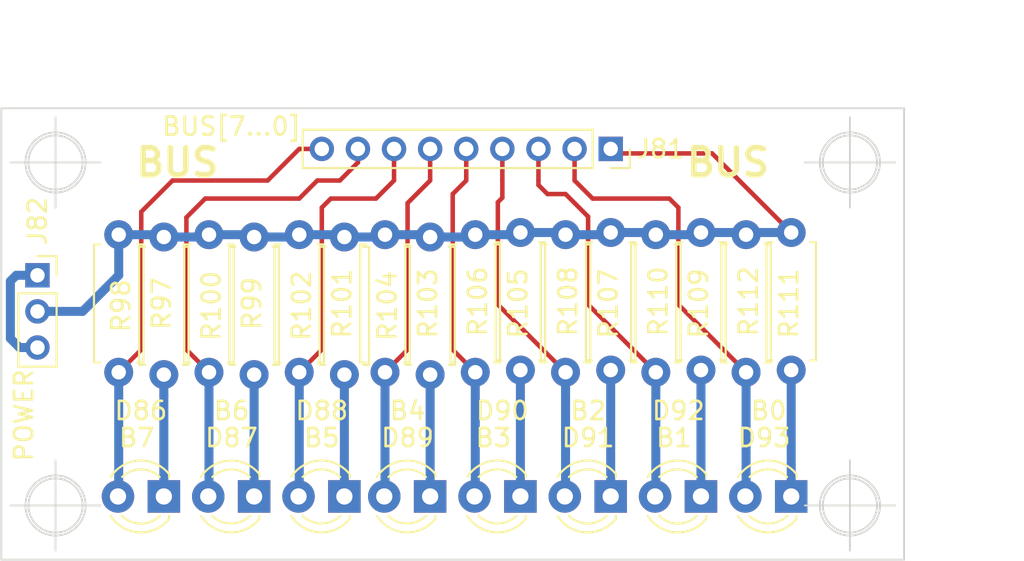
<source format=kicad_pcb>
(kicad_pcb (version 20171130) (host pcbnew 5.1.5+dfsg1-2build2)

  (general
    (thickness 1.6)
    (drawings 16)
    (tracks 112)
    (zones 0)
    (modules 26)
    (nets 19)
  )

  (page A4)
  (title_block
    (title BUS)
    (date 2021-01-22)
    (rev 1)
    (comment 1 "Tec. Henrique Silva")
  )

  (layers
    (0 F.Cu signal)
    (31 B.Cu signal)
    (32 B.Adhes user)
    (33 F.Adhes user)
    (34 B.Paste user)
    (35 F.Paste user)
    (36 B.SilkS user)
    (37 F.SilkS user)
    (38 B.Mask user)
    (39 F.Mask user)
    (40 Dwgs.User user)
    (41 Cmts.User user)
    (42 Eco1.User user)
    (43 Eco2.User user)
    (44 Edge.Cuts user)
    (45 Margin user)
    (46 B.CrtYd user)
    (47 F.CrtYd user)
    (48 B.Fab user)
    (49 F.Fab user)
  )

  (setup
    (last_trace_width 0.25)
    (trace_clearance 0.2)
    (zone_clearance 0.508)
    (zone_45_only no)
    (trace_min 0.2)
    (via_size 0.8)
    (via_drill 0.4)
    (via_min_size 0.4)
    (via_min_drill 0.3)
    (uvia_size 0.3)
    (uvia_drill 0.1)
    (uvias_allowed no)
    (uvia_min_size 0.2)
    (uvia_min_drill 0.1)
    (edge_width 0.1)
    (segment_width 0.2)
    (pcb_text_width 0.3)
    (pcb_text_size 1.5 1.5)
    (mod_edge_width 0.15)
    (mod_text_size 1 1)
    (mod_text_width 0.15)
    (pad_size 1.524 1.524)
    (pad_drill 0.762)
    (pad_to_mask_clearance 0)
    (aux_axis_origin 0 0)
    (visible_elements FFFFFF7F)
    (pcbplotparams
      (layerselection 0x010fc_ffffffff)
      (usegerberextensions false)
      (usegerberattributes false)
      (usegerberadvancedattributes false)
      (creategerberjobfile false)
      (excludeedgelayer true)
      (linewidth 0.100000)
      (plotframeref false)
      (viasonmask false)
      (mode 1)
      (useauxorigin false)
      (hpglpennumber 1)
      (hpglpenspeed 20)
      (hpglpendiameter 15.000000)
      (psnegative false)
      (psa4output false)
      (plotreference true)
      (plotvalue true)
      (plotinvisibletext false)
      (padsonsilk false)
      (subtractmaskfromsilk false)
      (outputformat 1)
      (mirror false)
      (drillshape 1)
      (scaleselection 1)
      (outputdirectory ""))
  )

  (net 0 "")
  (net 1 bus7)
  (net 2 "Net-(D86-Pad1)")
  (net 3 bus6)
  (net 4 "Net-(D87-Pad1)")
  (net 5 bus5)
  (net 6 "Net-(D88-Pad1)")
  (net 7 bus4)
  (net 8 "Net-(D89-Pad1)")
  (net 9 bus3)
  (net 10 "Net-(D90-Pad1)")
  (net 11 bus2)
  (net 12 "Net-(D91-Pad1)")
  (net 13 bus1)
  (net 14 "Net-(D92-Pad1)")
  (net 15 bus0)
  (net 16 "Net-(D93-Pad1)")
  (net 17 GND)
  (net 18 +5V)

  (net_class Default "This is the default net class."
    (clearance 0.2)
    (trace_width 0.25)
    (via_dia 0.8)
    (via_drill 0.4)
    (uvia_dia 0.3)
    (uvia_drill 0.1)
    (add_net +5V)
    (add_net GND)
    (add_net "Net-(D86-Pad1)")
    (add_net "Net-(D87-Pad1)")
    (add_net "Net-(D88-Pad1)")
    (add_net "Net-(D89-Pad1)")
    (add_net "Net-(D90-Pad1)")
    (add_net "Net-(D91-Pad1)")
    (add_net "Net-(D92-Pad1)")
    (add_net "Net-(D93-Pad1)")
    (add_net bus0)
    (add_net bus1)
    (add_net bus2)
    (add_net bus3)
    (add_net bus4)
    (add_net bus5)
    (add_net bus6)
    (add_net bus7)
  )

  (module Resistor_THT:R_Axial_DIN0207_L6.3mm_D2.5mm_P7.62mm_Horizontal (layer F.Cu) (tedit 5AE5139B) (tstamp 600F22F8)
    (at 173.75 96.5 90)
    (descr "Resistor, Axial_DIN0207 series, Axial, Horizontal, pin pitch=7.62mm, 0.25W = 1/4W, length*diameter=6.3*2.5mm^2, http://cdn-reichelt.de/documents/datenblatt/B400/1_4W%23YAG.pdf")
    (tags "Resistor Axial_DIN0207 series Axial Horizontal pin pitch 7.62mm 0.25W = 1/4W length 6.3mm diameter 2.5mm")
    (path /611E40E5)
    (fp_text reference R112 (at 3.81 -2.37 90) (layer F.SilkS)
      (effects (font (size 1 1) (thickness 0.15)))
    )
    (fp_text value 1K (at 3.81 2.37 90) (layer F.Fab)
      (effects (font (size 1 1) (thickness 0.15)))
    )
    (fp_text user %R (at 3.81 0 90) (layer F.Fab)
      (effects (font (size 1 1) (thickness 0.15)))
    )
    (fp_line (start 8.67 -1.5) (end -1.05 -1.5) (layer F.CrtYd) (width 0.05))
    (fp_line (start 8.67 1.5) (end 8.67 -1.5) (layer F.CrtYd) (width 0.05))
    (fp_line (start -1.05 1.5) (end 8.67 1.5) (layer F.CrtYd) (width 0.05))
    (fp_line (start -1.05 -1.5) (end -1.05 1.5) (layer F.CrtYd) (width 0.05))
    (fp_line (start 7.08 1.37) (end 7.08 1.04) (layer F.SilkS) (width 0.12))
    (fp_line (start 0.54 1.37) (end 7.08 1.37) (layer F.SilkS) (width 0.12))
    (fp_line (start 0.54 1.04) (end 0.54 1.37) (layer F.SilkS) (width 0.12))
    (fp_line (start 7.08 -1.37) (end 7.08 -1.04) (layer F.SilkS) (width 0.12))
    (fp_line (start 0.54 -1.37) (end 7.08 -1.37) (layer F.SilkS) (width 0.12))
    (fp_line (start 0.54 -1.04) (end 0.54 -1.37) (layer F.SilkS) (width 0.12))
    (fp_line (start 7.62 0) (end 6.96 0) (layer F.Fab) (width 0.1))
    (fp_line (start 0 0) (end 0.66 0) (layer F.Fab) (width 0.1))
    (fp_line (start 6.96 -1.25) (end 0.66 -1.25) (layer F.Fab) (width 0.1))
    (fp_line (start 6.96 1.25) (end 6.96 -1.25) (layer F.Fab) (width 0.1))
    (fp_line (start 0.66 1.25) (end 6.96 1.25) (layer F.Fab) (width 0.1))
    (fp_line (start 0.66 -1.25) (end 0.66 1.25) (layer F.Fab) (width 0.1))
    (pad 2 thru_hole oval (at 7.62 0 90) (size 1.6 1.6) (drill 0.8) (layers *.Cu *.Mask)
      (net 17 GND))
    (pad 1 thru_hole circle (at 0 0 90) (size 1.6 1.6) (drill 0.8) (layers *.Cu *.Mask)
      (net 16 "Net-(D93-Pad1)"))
    (model ${KISYS3DMOD}/Resistor_THT.3dshapes/R_Axial_DIN0207_L6.3mm_D2.5mm_P7.62mm_Horizontal.wrl
      (at (xyz 0 0 0))
      (scale (xyz 1 1 1))
      (rotate (xyz 0 0 0))
    )
  )

  (module Resistor_THT:R_Axial_DIN0207_L6.3mm_D2.5mm_P7.62mm_Horizontal (layer F.Cu) (tedit 5AE5139B) (tstamp 600F245A)
    (at 171.25 89 270)
    (descr "Resistor, Axial_DIN0207 series, Axial, Horizontal, pin pitch=7.62mm, 0.25W = 1/4W, length*diameter=6.3*2.5mm^2, http://cdn-reichelt.de/documents/datenblatt/B400/1_4W%23YAG.pdf")
    (tags "Resistor Axial_DIN0207 series Axial Horizontal pin pitch 7.62mm 0.25W = 1/4W length 6.3mm diameter 2.5mm")
    (path /611ED9F3)
    (fp_text reference R111 (at 3.81 -2.37 90) (layer F.SilkS)
      (effects (font (size 1 1) (thickness 0.15)))
    )
    (fp_text value 10k (at 3.81 2.37 90) (layer F.Fab)
      (effects (font (size 1 1) (thickness 0.15)))
    )
    (fp_text user %R (at 3.81 0 90) (layer F.Fab)
      (effects (font (size 1 1) (thickness 0.15)))
    )
    (fp_line (start 8.67 -1.5) (end -1.05 -1.5) (layer F.CrtYd) (width 0.05))
    (fp_line (start 8.67 1.5) (end 8.67 -1.5) (layer F.CrtYd) (width 0.05))
    (fp_line (start -1.05 1.5) (end 8.67 1.5) (layer F.CrtYd) (width 0.05))
    (fp_line (start -1.05 -1.5) (end -1.05 1.5) (layer F.CrtYd) (width 0.05))
    (fp_line (start 7.08 1.37) (end 7.08 1.04) (layer F.SilkS) (width 0.12))
    (fp_line (start 0.54 1.37) (end 7.08 1.37) (layer F.SilkS) (width 0.12))
    (fp_line (start 0.54 1.04) (end 0.54 1.37) (layer F.SilkS) (width 0.12))
    (fp_line (start 7.08 -1.37) (end 7.08 -1.04) (layer F.SilkS) (width 0.12))
    (fp_line (start 0.54 -1.37) (end 7.08 -1.37) (layer F.SilkS) (width 0.12))
    (fp_line (start 0.54 -1.04) (end 0.54 -1.37) (layer F.SilkS) (width 0.12))
    (fp_line (start 7.62 0) (end 6.96 0) (layer F.Fab) (width 0.1))
    (fp_line (start 0 0) (end 0.66 0) (layer F.Fab) (width 0.1))
    (fp_line (start 6.96 -1.25) (end 0.66 -1.25) (layer F.Fab) (width 0.1))
    (fp_line (start 6.96 1.25) (end 6.96 -1.25) (layer F.Fab) (width 0.1))
    (fp_line (start 0.66 1.25) (end 6.96 1.25) (layer F.Fab) (width 0.1))
    (fp_line (start 0.66 -1.25) (end 0.66 1.25) (layer F.Fab) (width 0.1))
    (pad 2 thru_hole oval (at 7.62 0 270) (size 1.6 1.6) (drill 0.8) (layers *.Cu *.Mask)
      (net 15 bus0))
    (pad 1 thru_hole circle (at 0 0 270) (size 1.6 1.6) (drill 0.8) (layers *.Cu *.Mask)
      (net 17 GND))
    (model ${KISYS3DMOD}/Resistor_THT.3dshapes/R_Axial_DIN0207_L6.3mm_D2.5mm_P7.62mm_Horizontal.wrl
      (at (xyz 0 0 0))
      (scale (xyz 1 1 1))
      (rotate (xyz 0 0 0))
    )
  )

  (module Resistor_THT:R_Axial_DIN0207_L6.3mm_D2.5mm_P7.62mm_Horizontal (layer F.Cu) (tedit 5AE5139B) (tstamp 600F2418)
    (at 168.75 96.5 90)
    (descr "Resistor, Axial_DIN0207 series, Axial, Horizontal, pin pitch=7.62mm, 0.25W = 1/4W, length*diameter=6.3*2.5mm^2, http://cdn-reichelt.de/documents/datenblatt/B400/1_4W%23YAG.pdf")
    (tags "Resistor Axial_DIN0207 series Axial Horizontal pin pitch 7.62mm 0.25W = 1/4W length 6.3mm diameter 2.5mm")
    (path /611E40DF)
    (fp_text reference R110 (at 3.81 -2.37 90) (layer F.SilkS)
      (effects (font (size 1 1) (thickness 0.15)))
    )
    (fp_text value 1K (at 3.81 2.37 90) (layer F.Fab)
      (effects (font (size 1 1) (thickness 0.15)))
    )
    (fp_text user %R (at 3.81 0 90) (layer F.Fab)
      (effects (font (size 1 1) (thickness 0.15)))
    )
    (fp_line (start 8.67 -1.5) (end -1.05 -1.5) (layer F.CrtYd) (width 0.05))
    (fp_line (start 8.67 1.5) (end 8.67 -1.5) (layer F.CrtYd) (width 0.05))
    (fp_line (start -1.05 1.5) (end 8.67 1.5) (layer F.CrtYd) (width 0.05))
    (fp_line (start -1.05 -1.5) (end -1.05 1.5) (layer F.CrtYd) (width 0.05))
    (fp_line (start 7.08 1.37) (end 7.08 1.04) (layer F.SilkS) (width 0.12))
    (fp_line (start 0.54 1.37) (end 7.08 1.37) (layer F.SilkS) (width 0.12))
    (fp_line (start 0.54 1.04) (end 0.54 1.37) (layer F.SilkS) (width 0.12))
    (fp_line (start 7.08 -1.37) (end 7.08 -1.04) (layer F.SilkS) (width 0.12))
    (fp_line (start 0.54 -1.37) (end 7.08 -1.37) (layer F.SilkS) (width 0.12))
    (fp_line (start 0.54 -1.04) (end 0.54 -1.37) (layer F.SilkS) (width 0.12))
    (fp_line (start 7.62 0) (end 6.96 0) (layer F.Fab) (width 0.1))
    (fp_line (start 0 0) (end 0.66 0) (layer F.Fab) (width 0.1))
    (fp_line (start 6.96 -1.25) (end 0.66 -1.25) (layer F.Fab) (width 0.1))
    (fp_line (start 6.96 1.25) (end 6.96 -1.25) (layer F.Fab) (width 0.1))
    (fp_line (start 0.66 1.25) (end 6.96 1.25) (layer F.Fab) (width 0.1))
    (fp_line (start 0.66 -1.25) (end 0.66 1.25) (layer F.Fab) (width 0.1))
    (pad 2 thru_hole oval (at 7.62 0 90) (size 1.6 1.6) (drill 0.8) (layers *.Cu *.Mask)
      (net 17 GND))
    (pad 1 thru_hole circle (at 0 0 90) (size 1.6 1.6) (drill 0.8) (layers *.Cu *.Mask)
      (net 14 "Net-(D92-Pad1)"))
    (model ${KISYS3DMOD}/Resistor_THT.3dshapes/R_Axial_DIN0207_L6.3mm_D2.5mm_P7.62mm_Horizontal.wrl
      (at (xyz 0 0 0))
      (scale (xyz 1 1 1))
      (rotate (xyz 0 0 0))
    )
  )

  (module Resistor_THT:R_Axial_DIN0207_L6.3mm_D2.5mm_P7.62mm_Horizontal (layer F.Cu) (tedit 5AE5139B) (tstamp 600F24DE)
    (at 166.25 89 270)
    (descr "Resistor, Axial_DIN0207 series, Axial, Horizontal, pin pitch=7.62mm, 0.25W = 1/4W, length*diameter=6.3*2.5mm^2, http://cdn-reichelt.de/documents/datenblatt/B400/1_4W%23YAG.pdf")
    (tags "Resistor Axial_DIN0207 series Axial Horizontal pin pitch 7.62mm 0.25W = 1/4W length 6.3mm diameter 2.5mm")
    (path /611ED9ED)
    (fp_text reference R109 (at 3.81 -2.37 90) (layer F.SilkS)
      (effects (font (size 1 1) (thickness 0.15)))
    )
    (fp_text value 10k (at 3.81 2.37 90) (layer F.Fab)
      (effects (font (size 1 1) (thickness 0.15)))
    )
    (fp_text user %R (at 3.81 0 90) (layer F.Fab)
      (effects (font (size 1 1) (thickness 0.15)))
    )
    (fp_line (start 8.67 -1.5) (end -1.05 -1.5) (layer F.CrtYd) (width 0.05))
    (fp_line (start 8.67 1.5) (end 8.67 -1.5) (layer F.CrtYd) (width 0.05))
    (fp_line (start -1.05 1.5) (end 8.67 1.5) (layer F.CrtYd) (width 0.05))
    (fp_line (start -1.05 -1.5) (end -1.05 1.5) (layer F.CrtYd) (width 0.05))
    (fp_line (start 7.08 1.37) (end 7.08 1.04) (layer F.SilkS) (width 0.12))
    (fp_line (start 0.54 1.37) (end 7.08 1.37) (layer F.SilkS) (width 0.12))
    (fp_line (start 0.54 1.04) (end 0.54 1.37) (layer F.SilkS) (width 0.12))
    (fp_line (start 7.08 -1.37) (end 7.08 -1.04) (layer F.SilkS) (width 0.12))
    (fp_line (start 0.54 -1.37) (end 7.08 -1.37) (layer F.SilkS) (width 0.12))
    (fp_line (start 0.54 -1.04) (end 0.54 -1.37) (layer F.SilkS) (width 0.12))
    (fp_line (start 7.62 0) (end 6.96 0) (layer F.Fab) (width 0.1))
    (fp_line (start 0 0) (end 0.66 0) (layer F.Fab) (width 0.1))
    (fp_line (start 6.96 -1.25) (end 0.66 -1.25) (layer F.Fab) (width 0.1))
    (fp_line (start 6.96 1.25) (end 6.96 -1.25) (layer F.Fab) (width 0.1))
    (fp_line (start 0.66 1.25) (end 6.96 1.25) (layer F.Fab) (width 0.1))
    (fp_line (start 0.66 -1.25) (end 0.66 1.25) (layer F.Fab) (width 0.1))
    (pad 2 thru_hole oval (at 7.62 0 270) (size 1.6 1.6) (drill 0.8) (layers *.Cu *.Mask)
      (net 13 bus1))
    (pad 1 thru_hole circle (at 0 0 270) (size 1.6 1.6) (drill 0.8) (layers *.Cu *.Mask)
      (net 17 GND))
    (model ${KISYS3DMOD}/Resistor_THT.3dshapes/R_Axial_DIN0207_L6.3mm_D2.5mm_P7.62mm_Horizontal.wrl
      (at (xyz 0 0 0))
      (scale (xyz 1 1 1))
      (rotate (xyz 0 0 0))
    )
  )

  (module Resistor_THT:R_Axial_DIN0207_L6.3mm_D2.5mm_P7.62mm_Horizontal (layer F.Cu) (tedit 5AE5139B) (tstamp 600F2520)
    (at 163.75 96.5 90)
    (descr "Resistor, Axial_DIN0207 series, Axial, Horizontal, pin pitch=7.62mm, 0.25W = 1/4W, length*diameter=6.3*2.5mm^2, http://cdn-reichelt.de/documents/datenblatt/B400/1_4W%23YAG.pdf")
    (tags "Resistor Axial_DIN0207 series Axial Horizontal pin pitch 7.62mm 0.25W = 1/4W length 6.3mm diameter 2.5mm")
    (path /611E40D9)
    (fp_text reference R108 (at 3.81 -2.37 90) (layer F.SilkS)
      (effects (font (size 1 1) (thickness 0.15)))
    )
    (fp_text value 1K (at 3.81 2.37 90) (layer F.Fab)
      (effects (font (size 1 1) (thickness 0.15)))
    )
    (fp_text user %R (at 3.8 0 90) (layer F.Fab)
      (effects (font (size 1 1) (thickness 0.15)))
    )
    (fp_line (start 8.67 -1.5) (end -1.05 -1.5) (layer F.CrtYd) (width 0.05))
    (fp_line (start 8.67 1.5) (end 8.67 -1.5) (layer F.CrtYd) (width 0.05))
    (fp_line (start -1.05 1.5) (end 8.67 1.5) (layer F.CrtYd) (width 0.05))
    (fp_line (start -1.05 -1.5) (end -1.05 1.5) (layer F.CrtYd) (width 0.05))
    (fp_line (start 7.08 1.37) (end 7.08 1.04) (layer F.SilkS) (width 0.12))
    (fp_line (start 0.54 1.37) (end 7.08 1.37) (layer F.SilkS) (width 0.12))
    (fp_line (start 0.54 1.04) (end 0.54 1.37) (layer F.SilkS) (width 0.12))
    (fp_line (start 7.08 -1.37) (end 7.08 -1.04) (layer F.SilkS) (width 0.12))
    (fp_line (start 0.54 -1.37) (end 7.08 -1.37) (layer F.SilkS) (width 0.12))
    (fp_line (start 0.54 -1.04) (end 0.54 -1.37) (layer F.SilkS) (width 0.12))
    (fp_line (start 7.62 0) (end 6.96 0) (layer F.Fab) (width 0.1))
    (fp_line (start 0 0) (end 0.66 0) (layer F.Fab) (width 0.1))
    (fp_line (start 6.96 -1.25) (end 0.66 -1.25) (layer F.Fab) (width 0.1))
    (fp_line (start 6.96 1.25) (end 6.96 -1.25) (layer F.Fab) (width 0.1))
    (fp_line (start 0.66 1.25) (end 6.96 1.25) (layer F.Fab) (width 0.1))
    (fp_line (start 0.66 -1.25) (end 0.66 1.25) (layer F.Fab) (width 0.1))
    (pad 2 thru_hole oval (at 7.62 0 90) (size 1.6 1.6) (drill 0.8) (layers *.Cu *.Mask)
      (net 17 GND))
    (pad 1 thru_hole circle (at 0 0 90) (size 1.6 1.6) (drill 0.8) (layers *.Cu *.Mask)
      (net 12 "Net-(D91-Pad1)"))
    (model ${KISYS3DMOD}/Resistor_THT.3dshapes/R_Axial_DIN0207_L6.3mm_D2.5mm_P7.62mm_Horizontal.wrl
      (at (xyz 0 0 0))
      (scale (xyz 1 1 1))
      (rotate (xyz 0 0 0))
    )
  )

  (module Resistor_THT:R_Axial_DIN0207_L6.3mm_D2.5mm_P7.62mm_Horizontal (layer F.Cu) (tedit 5AE5139B) (tstamp 600F249C)
    (at 161.25 89 270)
    (descr "Resistor, Axial_DIN0207 series, Axial, Horizontal, pin pitch=7.62mm, 0.25W = 1/4W, length*diameter=6.3*2.5mm^2, http://cdn-reichelt.de/documents/datenblatt/B400/1_4W%23YAG.pdf")
    (tags "Resistor Axial_DIN0207 series Axial Horizontal pin pitch 7.62mm 0.25W = 1/4W length 6.3mm diameter 2.5mm")
    (path /611ED9E7)
    (fp_text reference R107 (at 3.81 -2.37 90) (layer F.SilkS)
      (effects (font (size 1 1) (thickness 0.15)))
    )
    (fp_text value 10k (at 3.81 2.37 90) (layer F.Fab)
      (effects (font (size 1 1) (thickness 0.15)))
    )
    (fp_text user %R (at 3.81 0 90) (layer F.Fab)
      (effects (font (size 1 1) (thickness 0.15)))
    )
    (fp_line (start 8.67 -1.5) (end -1.05 -1.5) (layer F.CrtYd) (width 0.05))
    (fp_line (start 8.67 1.5) (end 8.67 -1.5) (layer F.CrtYd) (width 0.05))
    (fp_line (start -1.05 1.5) (end 8.67 1.5) (layer F.CrtYd) (width 0.05))
    (fp_line (start -1.05 -1.5) (end -1.05 1.5) (layer F.CrtYd) (width 0.05))
    (fp_line (start 7.08 1.37) (end 7.08 1.04) (layer F.SilkS) (width 0.12))
    (fp_line (start 0.54 1.37) (end 7.08 1.37) (layer F.SilkS) (width 0.12))
    (fp_line (start 0.54 1.04) (end 0.54 1.37) (layer F.SilkS) (width 0.12))
    (fp_line (start 7.08 -1.37) (end 7.08 -1.04) (layer F.SilkS) (width 0.12))
    (fp_line (start 0.54 -1.37) (end 7.08 -1.37) (layer F.SilkS) (width 0.12))
    (fp_line (start 0.54 -1.04) (end 0.54 -1.37) (layer F.SilkS) (width 0.12))
    (fp_line (start 7.62 0) (end 6.96 0) (layer F.Fab) (width 0.1))
    (fp_line (start 0 0) (end 0.66 0) (layer F.Fab) (width 0.1))
    (fp_line (start 6.96 -1.25) (end 0.66 -1.25) (layer F.Fab) (width 0.1))
    (fp_line (start 6.96 1.25) (end 6.96 -1.25) (layer F.Fab) (width 0.1))
    (fp_line (start 0.66 1.25) (end 6.96 1.25) (layer F.Fab) (width 0.1))
    (fp_line (start 0.66 -1.25) (end 0.66 1.25) (layer F.Fab) (width 0.1))
    (pad 2 thru_hole oval (at 7.62 0 270) (size 1.6 1.6) (drill 0.8) (layers *.Cu *.Mask)
      (net 11 bus2))
    (pad 1 thru_hole circle (at 0 0 270) (size 1.6 1.6) (drill 0.8) (layers *.Cu *.Mask)
      (net 17 GND))
    (model ${KISYS3DMOD}/Resistor_THT.3dshapes/R_Axial_DIN0207_L6.3mm_D2.5mm_P7.62mm_Horizontal.wrl
      (at (xyz 0 0 0))
      (scale (xyz 1 1 1))
      (rotate (xyz 0 0 0))
    )
  )

  (module Resistor_THT:R_Axial_DIN0207_L6.3mm_D2.5mm_P7.62mm_Horizontal (layer F.Cu) (tedit 5AE5139B) (tstamp 600F2562)
    (at 158.75 96.5 90)
    (descr "Resistor, Axial_DIN0207 series, Axial, Horizontal, pin pitch=7.62mm, 0.25W = 1/4W, length*diameter=6.3*2.5mm^2, http://cdn-reichelt.de/documents/datenblatt/B400/1_4W%23YAG.pdf")
    (tags "Resistor Axial_DIN0207 series Axial Horizontal pin pitch 7.62mm 0.25W = 1/4W length 6.3mm diameter 2.5mm")
    (path /611E40D3)
    (fp_text reference R106 (at 3.81 -2.37 90) (layer F.SilkS)
      (effects (font (size 1 1) (thickness 0.15)))
    )
    (fp_text value 1K (at 3.81 2.37 90) (layer F.Fab)
      (effects (font (size 1 1) (thickness 0.15)))
    )
    (fp_text user %R (at 3.81 0 90) (layer F.Fab)
      (effects (font (size 1 1) (thickness 0.15)))
    )
    (fp_line (start 8.67 -1.5) (end -1.05 -1.5) (layer F.CrtYd) (width 0.05))
    (fp_line (start 8.67 1.5) (end 8.67 -1.5) (layer F.CrtYd) (width 0.05))
    (fp_line (start -1.05 1.5) (end 8.67 1.5) (layer F.CrtYd) (width 0.05))
    (fp_line (start -1.05 -1.5) (end -1.05 1.5) (layer F.CrtYd) (width 0.05))
    (fp_line (start 7.08 1.37) (end 7.08 1.04) (layer F.SilkS) (width 0.12))
    (fp_line (start 0.54 1.37) (end 7.08 1.37) (layer F.SilkS) (width 0.12))
    (fp_line (start 0.54 1.04) (end 0.54 1.37) (layer F.SilkS) (width 0.12))
    (fp_line (start 7.08 -1.37) (end 7.08 -1.04) (layer F.SilkS) (width 0.12))
    (fp_line (start 0.54 -1.37) (end 7.08 -1.37) (layer F.SilkS) (width 0.12))
    (fp_line (start 0.54 -1.04) (end 0.54 -1.37) (layer F.SilkS) (width 0.12))
    (fp_line (start 7.62 0) (end 6.96 0) (layer F.Fab) (width 0.1))
    (fp_line (start 0 0) (end 0.66 0) (layer F.Fab) (width 0.1))
    (fp_line (start 6.96 -1.25) (end 0.66 -1.25) (layer F.Fab) (width 0.1))
    (fp_line (start 6.96 1.25) (end 6.96 -1.25) (layer F.Fab) (width 0.1))
    (fp_line (start 0.66 1.25) (end 6.96 1.25) (layer F.Fab) (width 0.1))
    (fp_line (start 0.66 -1.25) (end 0.66 1.25) (layer F.Fab) (width 0.1))
    (pad 2 thru_hole oval (at 7.62 0 90) (size 1.6 1.6) (drill 0.8) (layers *.Cu *.Mask)
      (net 17 GND))
    (pad 1 thru_hole circle (at 0 0 90) (size 1.6 1.6) (drill 0.8) (layers *.Cu *.Mask)
      (net 10 "Net-(D90-Pad1)"))
    (model ${KISYS3DMOD}/Resistor_THT.3dshapes/R_Axial_DIN0207_L6.3mm_D2.5mm_P7.62mm_Horizontal.wrl
      (at (xyz 0 0 0))
      (scale (xyz 1 1 1))
      (rotate (xyz 0 0 0))
    )
  )

  (module Resistor_THT:R_Axial_DIN0207_L6.3mm_D2.5mm_P7.62mm_Horizontal (layer F.Cu) (tedit 5AE5139B) (tstamp 600F23D6)
    (at 156.25 89 270)
    (descr "Resistor, Axial_DIN0207 series, Axial, Horizontal, pin pitch=7.62mm, 0.25W = 1/4W, length*diameter=6.3*2.5mm^2, http://cdn-reichelt.de/documents/datenblatt/B400/1_4W%23YAG.pdf")
    (tags "Resistor Axial_DIN0207 series Axial Horizontal pin pitch 7.62mm 0.25W = 1/4W length 6.3mm diameter 2.5mm")
    (path /611ED9E1)
    (fp_text reference R105 (at 3.81 -2.37 90) (layer F.SilkS)
      (effects (font (size 1 1) (thickness 0.15)))
    )
    (fp_text value 10k (at 3.81 2.37 90) (layer F.Fab)
      (effects (font (size 1 1) (thickness 0.15)))
    )
    (fp_text user %R (at 3.81 0 90) (layer F.Fab)
      (effects (font (size 1 1) (thickness 0.15)))
    )
    (fp_line (start 8.67 -1.5) (end -1.05 -1.5) (layer F.CrtYd) (width 0.05))
    (fp_line (start 8.67 1.5) (end 8.67 -1.5) (layer F.CrtYd) (width 0.05))
    (fp_line (start -1.05 1.5) (end 8.67 1.5) (layer F.CrtYd) (width 0.05))
    (fp_line (start -1.05 -1.5) (end -1.05 1.5) (layer F.CrtYd) (width 0.05))
    (fp_line (start 7.08 1.37) (end 7.08 1.04) (layer F.SilkS) (width 0.12))
    (fp_line (start 0.54 1.37) (end 7.08 1.37) (layer F.SilkS) (width 0.12))
    (fp_line (start 0.54 1.04) (end 0.54 1.37) (layer F.SilkS) (width 0.12))
    (fp_line (start 7.08 -1.37) (end 7.08 -1.04) (layer F.SilkS) (width 0.12))
    (fp_line (start 0.54 -1.37) (end 7.08 -1.37) (layer F.SilkS) (width 0.12))
    (fp_line (start 0.54 -1.04) (end 0.54 -1.37) (layer F.SilkS) (width 0.12))
    (fp_line (start 7.62 0) (end 6.96 0) (layer F.Fab) (width 0.1))
    (fp_line (start 0 0) (end 0.66 0) (layer F.Fab) (width 0.1))
    (fp_line (start 6.96 -1.25) (end 0.66 -1.25) (layer F.Fab) (width 0.1))
    (fp_line (start 6.96 1.25) (end 6.96 -1.25) (layer F.Fab) (width 0.1))
    (fp_line (start 0.66 1.25) (end 6.96 1.25) (layer F.Fab) (width 0.1))
    (fp_line (start 0.66 -1.25) (end 0.66 1.25) (layer F.Fab) (width 0.1))
    (pad 2 thru_hole oval (at 7.62 0 270) (size 1.6 1.6) (drill 0.8) (layers *.Cu *.Mask)
      (net 9 bus3))
    (pad 1 thru_hole circle (at 0 0 270) (size 1.6 1.6) (drill 0.8) (layers *.Cu *.Mask)
      (net 17 GND))
    (model ${KISYS3DMOD}/Resistor_THT.3dshapes/R_Axial_DIN0207_L6.3mm_D2.5mm_P7.62mm_Horizontal.wrl
      (at (xyz 0 0 0))
      (scale (xyz 1 1 1))
      (rotate (xyz 0 0 0))
    )
  )

  (module Resistor_THT:R_Axial_DIN0207_L6.3mm_D2.5mm_P7.62mm_Horizontal (layer F.Cu) (tedit 5AE5139B) (tstamp 600F20EB)
    (at 153.75 96.75 90)
    (descr "Resistor, Axial_DIN0207 series, Axial, Horizontal, pin pitch=7.62mm, 0.25W = 1/4W, length*diameter=6.3*2.5mm^2, http://cdn-reichelt.de/documents/datenblatt/B400/1_4W%23YAG.pdf")
    (tags "Resistor Axial_DIN0207 series Axial Horizontal pin pitch 7.62mm 0.25W = 1/4W length 6.3mm diameter 2.5mm")
    (path /611E1C8B)
    (fp_text reference R104 (at 3.81 -2.37 90) (layer F.SilkS)
      (effects (font (size 1 1) (thickness 0.15)))
    )
    (fp_text value 1K (at 3.81 2.37 90) (layer F.Fab)
      (effects (font (size 1 1) (thickness 0.15)))
    )
    (fp_text user %R (at 3.81 0 90) (layer F.Fab)
      (effects (font (size 1 1) (thickness 0.15)))
    )
    (fp_line (start 8.67 -1.5) (end -1.05 -1.5) (layer F.CrtYd) (width 0.05))
    (fp_line (start 8.67 1.5) (end 8.67 -1.5) (layer F.CrtYd) (width 0.05))
    (fp_line (start -1.05 1.5) (end 8.67 1.5) (layer F.CrtYd) (width 0.05))
    (fp_line (start -1.05 -1.5) (end -1.05 1.5) (layer F.CrtYd) (width 0.05))
    (fp_line (start 7.08 1.37) (end 7.08 1.04) (layer F.SilkS) (width 0.12))
    (fp_line (start 0.54 1.37) (end 7.08 1.37) (layer F.SilkS) (width 0.12))
    (fp_line (start 0.54 1.04) (end 0.54 1.37) (layer F.SilkS) (width 0.12))
    (fp_line (start 7.08 -1.37) (end 7.08 -1.04) (layer F.SilkS) (width 0.12))
    (fp_line (start 0.54 -1.37) (end 7.08 -1.37) (layer F.SilkS) (width 0.12))
    (fp_line (start 0.54 -1.04) (end 0.54 -1.37) (layer F.SilkS) (width 0.12))
    (fp_line (start 7.62 0) (end 6.96 0) (layer F.Fab) (width 0.1))
    (fp_line (start 0 0) (end 0.66 0) (layer F.Fab) (width 0.1))
    (fp_line (start 6.96 -1.25) (end 0.66 -1.25) (layer F.Fab) (width 0.1))
    (fp_line (start 6.96 1.25) (end 6.96 -1.25) (layer F.Fab) (width 0.1))
    (fp_line (start 0.66 1.25) (end 6.96 1.25) (layer F.Fab) (width 0.1))
    (fp_line (start 0.66 -1.25) (end 0.66 1.25) (layer F.Fab) (width 0.1))
    (pad 2 thru_hole oval (at 7.62 0 90) (size 1.6 1.6) (drill 0.8) (layers *.Cu *.Mask)
      (net 17 GND))
    (pad 1 thru_hole circle (at 0 0 90) (size 1.6 1.6) (drill 0.8) (layers *.Cu *.Mask)
      (net 8 "Net-(D89-Pad1)"))
    (model ${KISYS3DMOD}/Resistor_THT.3dshapes/R_Axial_DIN0207_L6.3mm_D2.5mm_P7.62mm_Horizontal.wrl
      (at (xyz 0 0 0))
      (scale (xyz 1 1 1))
      (rotate (xyz 0 0 0))
    )
  )

  (module Resistor_THT:R_Axial_DIN0207_L6.3mm_D2.5mm_P7.62mm_Horizontal (layer F.Cu) (tedit 5AE5139B) (tstamp 600F2205)
    (at 151.25 89 270)
    (descr "Resistor, Axial_DIN0207 series, Axial, Horizontal, pin pitch=7.62mm, 0.25W = 1/4W, length*diameter=6.3*2.5mm^2, http://cdn-reichelt.de/documents/datenblatt/B400/1_4W%23YAG.pdf")
    (tags "Resistor Axial_DIN0207 series Axial Horizontal pin pitch 7.62mm 0.25W = 1/4W length 6.3mm diameter 2.5mm")
    (path /611EB3CF)
    (fp_text reference R103 (at 3.81 -2.37 90) (layer F.SilkS)
      (effects (font (size 1 1) (thickness 0.15)))
    )
    (fp_text value 10k (at 3.81 2.37 90) (layer F.Fab)
      (effects (font (size 1 1) (thickness 0.15)))
    )
    (fp_text user %R (at 3.81 0 90) (layer F.Fab)
      (effects (font (size 1 1) (thickness 0.15)))
    )
    (fp_line (start 8.67 -1.5) (end -1.05 -1.5) (layer F.CrtYd) (width 0.05))
    (fp_line (start 8.67 1.5) (end 8.67 -1.5) (layer F.CrtYd) (width 0.05))
    (fp_line (start -1.05 1.5) (end 8.67 1.5) (layer F.CrtYd) (width 0.05))
    (fp_line (start -1.05 -1.5) (end -1.05 1.5) (layer F.CrtYd) (width 0.05))
    (fp_line (start 7.08 1.37) (end 7.08 1.04) (layer F.SilkS) (width 0.12))
    (fp_line (start 0.54 1.37) (end 7.08 1.37) (layer F.SilkS) (width 0.12))
    (fp_line (start 0.54 1.04) (end 0.54 1.37) (layer F.SilkS) (width 0.12))
    (fp_line (start 7.08 -1.37) (end 7.08 -1.04) (layer F.SilkS) (width 0.12))
    (fp_line (start 0.54 -1.37) (end 7.08 -1.37) (layer F.SilkS) (width 0.12))
    (fp_line (start 0.54 -1.04) (end 0.54 -1.37) (layer F.SilkS) (width 0.12))
    (fp_line (start 7.62 0) (end 6.96 0) (layer F.Fab) (width 0.1))
    (fp_line (start 0 0) (end 0.66 0) (layer F.Fab) (width 0.1))
    (fp_line (start 6.96 -1.25) (end 0.66 -1.25) (layer F.Fab) (width 0.1))
    (fp_line (start 6.96 1.25) (end 6.96 -1.25) (layer F.Fab) (width 0.1))
    (fp_line (start 0.66 1.25) (end 6.96 1.25) (layer F.Fab) (width 0.1))
    (fp_line (start 0.66 -1.25) (end 0.66 1.25) (layer F.Fab) (width 0.1))
    (pad 2 thru_hole oval (at 7.62 0 270) (size 1.6 1.6) (drill 0.8) (layers *.Cu *.Mask)
      (net 7 bus4))
    (pad 1 thru_hole circle (at 0 0 270) (size 1.6 1.6) (drill 0.8) (layers *.Cu *.Mask)
      (net 17 GND))
    (model ${KISYS3DMOD}/Resistor_THT.3dshapes/R_Axial_DIN0207_L6.3mm_D2.5mm_P7.62mm_Horizontal.wrl
      (at (xyz 0 0 0))
      (scale (xyz 1 1 1))
      (rotate (xyz 0 0 0))
    )
  )

  (module Resistor_THT:R_Axial_DIN0207_L6.3mm_D2.5mm_P7.62mm_Horizontal (layer F.Cu) (tedit 5AE5139B) (tstamp 600F235E)
    (at 149 96.75 90)
    (descr "Resistor, Axial_DIN0207 series, Axial, Horizontal, pin pitch=7.62mm, 0.25W = 1/4W, length*diameter=6.3*2.5mm^2, http://cdn-reichelt.de/documents/datenblatt/B400/1_4W%23YAG.pdf")
    (tags "Resistor Axial_DIN0207 series Axial Horizontal pin pitch 7.62mm 0.25W = 1/4W length 6.3mm diameter 2.5mm")
    (path /611E1314)
    (fp_text reference R102 (at 3.81 -2.37 90) (layer F.SilkS)
      (effects (font (size 1 1) (thickness 0.15)))
    )
    (fp_text value 1K (at 3.81 2.37 90) (layer F.Fab)
      (effects (font (size 1 1) (thickness 0.15)))
    )
    (fp_text user %R (at 3.81 0 90) (layer F.Fab)
      (effects (font (size 1 1) (thickness 0.15)))
    )
    (fp_line (start 8.67 -1.5) (end -1.05 -1.5) (layer F.CrtYd) (width 0.05))
    (fp_line (start 8.67 1.5) (end 8.67 -1.5) (layer F.CrtYd) (width 0.05))
    (fp_line (start -1.05 1.5) (end 8.67 1.5) (layer F.CrtYd) (width 0.05))
    (fp_line (start -1.05 -1.5) (end -1.05 1.5) (layer F.CrtYd) (width 0.05))
    (fp_line (start 7.08 1.37) (end 7.08 1.04) (layer F.SilkS) (width 0.12))
    (fp_line (start 0.54 1.37) (end 7.08 1.37) (layer F.SilkS) (width 0.12))
    (fp_line (start 0.54 1.04) (end 0.54 1.37) (layer F.SilkS) (width 0.12))
    (fp_line (start 7.08 -1.37) (end 7.08 -1.04) (layer F.SilkS) (width 0.12))
    (fp_line (start 0.54 -1.37) (end 7.08 -1.37) (layer F.SilkS) (width 0.12))
    (fp_line (start 0.54 -1.04) (end 0.54 -1.37) (layer F.SilkS) (width 0.12))
    (fp_line (start 7.62 0) (end 6.96 0) (layer F.Fab) (width 0.1))
    (fp_line (start 0 0) (end 0.66 0) (layer F.Fab) (width 0.1))
    (fp_line (start 6.96 -1.25) (end 0.66 -1.25) (layer F.Fab) (width 0.1))
    (fp_line (start 6.96 1.25) (end 6.96 -1.25) (layer F.Fab) (width 0.1))
    (fp_line (start 0.66 1.25) (end 6.96 1.25) (layer F.Fab) (width 0.1))
    (fp_line (start 0.66 -1.25) (end 0.66 1.25) (layer F.Fab) (width 0.1))
    (pad 2 thru_hole oval (at 7.62 0 90) (size 1.6 1.6) (drill 0.8) (layers *.Cu *.Mask)
      (net 17 GND))
    (pad 1 thru_hole circle (at 0 0 90) (size 1.6 1.6) (drill 0.8) (layers *.Cu *.Mask)
      (net 6 "Net-(D88-Pad1)"))
    (model ${KISYS3DMOD}/Resistor_THT.3dshapes/R_Axial_DIN0207_L6.3mm_D2.5mm_P7.62mm_Horizontal.wrl
      (at (xyz 0 0 0))
      (scale (xyz 1 1 1))
      (rotate (xyz 0 0 0))
    )
  )

  (module Resistor_THT:R_Axial_DIN0207_L6.3mm_D2.5mm_P7.62mm_Horizontal (layer F.Cu) (tedit 5AE5139B) (tstamp 600F2289)
    (at 146.5 89 270)
    (descr "Resistor, Axial_DIN0207 series, Axial, Horizontal, pin pitch=7.62mm, 0.25W = 1/4W, length*diameter=6.3*2.5mm^2, http://cdn-reichelt.de/documents/datenblatt/B400/1_4W%23YAG.pdf")
    (tags "Resistor Axial_DIN0207 series Axial Horizontal pin pitch 7.62mm 0.25W = 1/4W length 6.3mm diameter 2.5mm")
    (path /611EB3C9)
    (fp_text reference R101 (at 3.81 -2.37 90) (layer F.SilkS)
      (effects (font (size 1 1) (thickness 0.15)))
    )
    (fp_text value 10k (at 3.81 2.37 90) (layer F.Fab)
      (effects (font (size 1 1) (thickness 0.15)))
    )
    (fp_text user %R (at 3.81 0 90) (layer F.Fab)
      (effects (font (size 1 1) (thickness 0.15)))
    )
    (fp_line (start 8.67 -1.5) (end -1.05 -1.5) (layer F.CrtYd) (width 0.05))
    (fp_line (start 8.67 1.5) (end 8.67 -1.5) (layer F.CrtYd) (width 0.05))
    (fp_line (start -1.05 1.5) (end 8.67 1.5) (layer F.CrtYd) (width 0.05))
    (fp_line (start -1.05 -1.5) (end -1.05 1.5) (layer F.CrtYd) (width 0.05))
    (fp_line (start 7.08 1.37) (end 7.08 1.04) (layer F.SilkS) (width 0.12))
    (fp_line (start 0.54 1.37) (end 7.08 1.37) (layer F.SilkS) (width 0.12))
    (fp_line (start 0.54 1.04) (end 0.54 1.37) (layer F.SilkS) (width 0.12))
    (fp_line (start 7.08 -1.37) (end 7.08 -1.04) (layer F.SilkS) (width 0.12))
    (fp_line (start 0.54 -1.37) (end 7.08 -1.37) (layer F.SilkS) (width 0.12))
    (fp_line (start 0.54 -1.04) (end 0.54 -1.37) (layer F.SilkS) (width 0.12))
    (fp_line (start 7.62 0) (end 6.96 0) (layer F.Fab) (width 0.1))
    (fp_line (start 0 0) (end 0.66 0) (layer F.Fab) (width 0.1))
    (fp_line (start 6.96 -1.25) (end 0.66 -1.25) (layer F.Fab) (width 0.1))
    (fp_line (start 6.96 1.25) (end 6.96 -1.25) (layer F.Fab) (width 0.1))
    (fp_line (start 0.66 1.25) (end 6.96 1.25) (layer F.Fab) (width 0.1))
    (fp_line (start 0.66 -1.25) (end 0.66 1.25) (layer F.Fab) (width 0.1))
    (pad 2 thru_hole oval (at 7.62 0 270) (size 1.6 1.6) (drill 0.8) (layers *.Cu *.Mask)
      (net 5 bus5))
    (pad 1 thru_hole circle (at 0 0 270) (size 1.6 1.6) (drill 0.8) (layers *.Cu *.Mask)
      (net 17 GND))
    (model ${KISYS3DMOD}/Resistor_THT.3dshapes/R_Axial_DIN0207_L6.3mm_D2.5mm_P7.62mm_Horizontal.wrl
      (at (xyz 0 0 0))
      (scale (xyz 1 1 1))
      (rotate (xyz 0 0 0))
    )
  )

  (module Resistor_THT:R_Axial_DIN0207_L6.3mm_D2.5mm_P7.62mm_Horizontal (layer F.Cu) (tedit 5AE5139B) (tstamp 600F217B)
    (at 144 96.75 90)
    (descr "Resistor, Axial_DIN0207 series, Axial, Horizontal, pin pitch=7.62mm, 0.25W = 1/4W, length*diameter=6.3*2.5mm^2, http://cdn-reichelt.de/documents/datenblatt/B400/1_4W%23YAG.pdf")
    (tags "Resistor Axial_DIN0207 series Axial Horizontal pin pitch 7.62mm 0.25W = 1/4W length 6.3mm diameter 2.5mm")
    (path /611E085B)
    (fp_text reference R100 (at 3.81 -2.37 90) (layer F.SilkS)
      (effects (font (size 1 1) (thickness 0.15)))
    )
    (fp_text value 1K (at 3.81 2.37 90) (layer F.Fab)
      (effects (font (size 1 1) (thickness 0.15)))
    )
    (fp_text user %R (at 3.81 0 90) (layer F.Fab)
      (effects (font (size 1 1) (thickness 0.15)))
    )
    (fp_line (start 8.67 -1.5) (end -1.05 -1.5) (layer F.CrtYd) (width 0.05))
    (fp_line (start 8.67 1.5) (end 8.67 -1.5) (layer F.CrtYd) (width 0.05))
    (fp_line (start -1.05 1.5) (end 8.67 1.5) (layer F.CrtYd) (width 0.05))
    (fp_line (start -1.05 -1.5) (end -1.05 1.5) (layer F.CrtYd) (width 0.05))
    (fp_line (start 7.08 1.37) (end 7.08 1.04) (layer F.SilkS) (width 0.12))
    (fp_line (start 0.54 1.37) (end 7.08 1.37) (layer F.SilkS) (width 0.12))
    (fp_line (start 0.54 1.04) (end 0.54 1.37) (layer F.SilkS) (width 0.12))
    (fp_line (start 7.08 -1.37) (end 7.08 -1.04) (layer F.SilkS) (width 0.12))
    (fp_line (start 0.54 -1.37) (end 7.08 -1.37) (layer F.SilkS) (width 0.12))
    (fp_line (start 0.54 -1.04) (end 0.54 -1.37) (layer F.SilkS) (width 0.12))
    (fp_line (start 7.62 0) (end 6.96 0) (layer F.Fab) (width 0.1))
    (fp_line (start 0 0) (end 0.66 0) (layer F.Fab) (width 0.1))
    (fp_line (start 6.96 -1.25) (end 0.66 -1.25) (layer F.Fab) (width 0.1))
    (fp_line (start 6.96 1.25) (end 6.96 -1.25) (layer F.Fab) (width 0.1))
    (fp_line (start 0.66 1.25) (end 6.96 1.25) (layer F.Fab) (width 0.1))
    (fp_line (start 0.66 -1.25) (end 0.66 1.25) (layer F.Fab) (width 0.1))
    (pad 2 thru_hole oval (at 7.62 0 90) (size 1.6 1.6) (drill 0.8) (layers *.Cu *.Mask)
      (net 17 GND))
    (pad 1 thru_hole circle (at 0 0 90) (size 1.6 1.6) (drill 0.8) (layers *.Cu *.Mask)
      (net 4 "Net-(D87-Pad1)"))
    (model ${KISYS3DMOD}/Resistor_THT.3dshapes/R_Axial_DIN0207_L6.3mm_D2.5mm_P7.62mm_Horizontal.wrl
      (at (xyz 0 0 0))
      (scale (xyz 1 1 1))
      (rotate (xyz 0 0 0))
    )
  )

  (module Resistor_THT:R_Axial_DIN0207_L6.3mm_D2.5mm_P7.62mm_Horizontal (layer F.Cu) (tedit 5AE5139B) (tstamp 600F2247)
    (at 141.5 89 270)
    (descr "Resistor, Axial_DIN0207 series, Axial, Horizontal, pin pitch=7.62mm, 0.25W = 1/4W, length*diameter=6.3*2.5mm^2, http://cdn-reichelt.de/documents/datenblatt/B400/1_4W%23YAG.pdf")
    (tags "Resistor Axial_DIN0207 series Axial Horizontal pin pitch 7.62mm 0.25W = 1/4W length 6.3mm diameter 2.5mm")
    (path /611E99C4)
    (fp_text reference R99 (at 3.81 -2.37 90) (layer F.SilkS)
      (effects (font (size 1 1) (thickness 0.15)))
    )
    (fp_text value 10k (at 3.81 2.37 90) (layer F.Fab)
      (effects (font (size 1 1) (thickness 0.15)))
    )
    (fp_text user %R (at 3.81 0 90) (layer F.Fab)
      (effects (font (size 1 1) (thickness 0.15)))
    )
    (fp_line (start 8.67 -1.5) (end -1.05 -1.5) (layer F.CrtYd) (width 0.05))
    (fp_line (start 8.67 1.5) (end 8.67 -1.5) (layer F.CrtYd) (width 0.05))
    (fp_line (start -1.05 1.5) (end 8.67 1.5) (layer F.CrtYd) (width 0.05))
    (fp_line (start -1.05 -1.5) (end -1.05 1.5) (layer F.CrtYd) (width 0.05))
    (fp_line (start 7.08 1.37) (end 7.08 1.04) (layer F.SilkS) (width 0.12))
    (fp_line (start 0.54 1.37) (end 7.08 1.37) (layer F.SilkS) (width 0.12))
    (fp_line (start 0.54 1.04) (end 0.54 1.37) (layer F.SilkS) (width 0.12))
    (fp_line (start 7.08 -1.37) (end 7.08 -1.04) (layer F.SilkS) (width 0.12))
    (fp_line (start 0.54 -1.37) (end 7.08 -1.37) (layer F.SilkS) (width 0.12))
    (fp_line (start 0.54 -1.04) (end 0.54 -1.37) (layer F.SilkS) (width 0.12))
    (fp_line (start 7.62 0) (end 6.96 0) (layer F.Fab) (width 0.1))
    (fp_line (start 0 0) (end 0.66 0) (layer F.Fab) (width 0.1))
    (fp_line (start 6.96 -1.25) (end 0.66 -1.25) (layer F.Fab) (width 0.1))
    (fp_line (start 6.96 1.25) (end 6.96 -1.25) (layer F.Fab) (width 0.1))
    (fp_line (start 0.66 1.25) (end 6.96 1.25) (layer F.Fab) (width 0.1))
    (fp_line (start 0.66 -1.25) (end 0.66 1.25) (layer F.Fab) (width 0.1))
    (pad 2 thru_hole oval (at 7.62 0 270) (size 1.6 1.6) (drill 0.8) (layers *.Cu *.Mask)
      (net 3 bus6))
    (pad 1 thru_hole circle (at 0 0 270) (size 1.6 1.6) (drill 0.8) (layers *.Cu *.Mask)
      (net 17 GND))
    (model ${KISYS3DMOD}/Resistor_THT.3dshapes/R_Axial_DIN0207_L6.3mm_D2.5mm_P7.62mm_Horizontal.wrl
      (at (xyz 0 0 0))
      (scale (xyz 1 1 1))
      (rotate (xyz 0 0 0))
    )
  )

  (module Resistor_THT:R_Axial_DIN0207_L6.3mm_D2.5mm_P7.62mm_Horizontal (layer F.Cu) (tedit 5AE5139B) (tstamp 600F2136)
    (at 139 96.75 90)
    (descr "Resistor, Axial_DIN0207 series, Axial, Horizontal, pin pitch=7.62mm, 0.25W = 1/4W, length*diameter=6.3*2.5mm^2, http://cdn-reichelt.de/documents/datenblatt/B400/1_4W%23YAG.pdf")
    (tags "Resistor Axial_DIN0207 series Axial Horizontal pin pitch 7.62mm 0.25W = 1/4W length 6.3mm diameter 2.5mm")
    (path /5FF919FA)
    (fp_text reference R98 (at 3.81 -2.37 90) (layer F.SilkS)
      (effects (font (size 1 1) (thickness 0.15)))
    )
    (fp_text value 1K (at 3.81 2.37 90) (layer F.Fab)
      (effects (font (size 1 1) (thickness 0.15)))
    )
    (fp_text user %R (at 3.81 0 90) (layer F.Fab)
      (effects (font (size 1 1) (thickness 0.15)))
    )
    (fp_line (start 8.67 -1.5) (end -1.05 -1.5) (layer F.CrtYd) (width 0.05))
    (fp_line (start 8.67 1.5) (end 8.67 -1.5) (layer F.CrtYd) (width 0.05))
    (fp_line (start -1.05 1.5) (end 8.67 1.5) (layer F.CrtYd) (width 0.05))
    (fp_line (start -1.05 -1.5) (end -1.05 1.5) (layer F.CrtYd) (width 0.05))
    (fp_line (start 7.08 1.37) (end 7.08 1.04) (layer F.SilkS) (width 0.12))
    (fp_line (start 0.54 1.37) (end 7.08 1.37) (layer F.SilkS) (width 0.12))
    (fp_line (start 0.54 1.04) (end 0.54 1.37) (layer F.SilkS) (width 0.12))
    (fp_line (start 7.08 -1.37) (end 7.08 -1.04) (layer F.SilkS) (width 0.12))
    (fp_line (start 0.54 -1.37) (end 7.08 -1.37) (layer F.SilkS) (width 0.12))
    (fp_line (start 0.54 -1.04) (end 0.54 -1.37) (layer F.SilkS) (width 0.12))
    (fp_line (start 7.62 0) (end 6.96 0) (layer F.Fab) (width 0.1))
    (fp_line (start 0 0) (end 0.66 0) (layer F.Fab) (width 0.1))
    (fp_line (start 6.96 -1.25) (end 0.66 -1.25) (layer F.Fab) (width 0.1))
    (fp_line (start 6.96 1.25) (end 6.96 -1.25) (layer F.Fab) (width 0.1))
    (fp_line (start 0.66 1.25) (end 6.96 1.25) (layer F.Fab) (width 0.1))
    (fp_line (start 0.66 -1.25) (end 0.66 1.25) (layer F.Fab) (width 0.1))
    (pad 2 thru_hole oval (at 7.62 0 90) (size 1.6 1.6) (drill 0.8) (layers *.Cu *.Mask)
      (net 17 GND))
    (pad 1 thru_hole circle (at 0 0 90) (size 1.6 1.6) (drill 0.8) (layers *.Cu *.Mask)
      (net 2 "Net-(D86-Pad1)"))
    (model ${KISYS3DMOD}/Resistor_THT.3dshapes/R_Axial_DIN0207_L6.3mm_D2.5mm_P7.62mm_Horizontal.wrl
      (at (xyz 0 0 0))
      (scale (xyz 1 1 1))
      (rotate (xyz 0 0 0))
    )
  )

  (module Resistor_THT:R_Axial_DIN0207_L6.3mm_D2.5mm_P7.62mm_Horizontal (layer F.Cu) (tedit 5AE5139B) (tstamp 600F21BD)
    (at 136.5 89 270)
    (descr "Resistor, Axial_DIN0207 series, Axial, Horizontal, pin pitch=7.62mm, 0.25W = 1/4W, length*diameter=6.3*2.5mm^2, http://cdn-reichelt.de/documents/datenblatt/B400/1_4W%23YAG.pdf")
    (tags "Resistor Axial_DIN0207 series Axial Horizontal pin pitch 7.62mm 0.25W = 1/4W length 6.3mm diameter 2.5mm")
    (path /5FF91FE8)
    (fp_text reference R97 (at 3.81 -2.37 90) (layer F.SilkS)
      (effects (font (size 1 1) (thickness 0.15)))
    )
    (fp_text value 10k (at 3.81 2.37 90) (layer F.Fab)
      (effects (font (size 1 1) (thickness 0.15)))
    )
    (fp_text user %R (at 3.81 0 90) (layer F.Fab)
      (effects (font (size 1 1) (thickness 0.15)))
    )
    (fp_line (start 8.67 -1.5) (end -1.05 -1.5) (layer F.CrtYd) (width 0.05))
    (fp_line (start 8.67 1.5) (end 8.67 -1.5) (layer F.CrtYd) (width 0.05))
    (fp_line (start -1.05 1.5) (end 8.67 1.5) (layer F.CrtYd) (width 0.05))
    (fp_line (start -1.05 -1.5) (end -1.05 1.5) (layer F.CrtYd) (width 0.05))
    (fp_line (start 7.08 1.37) (end 7.08 1.04) (layer F.SilkS) (width 0.12))
    (fp_line (start 0.54 1.37) (end 7.08 1.37) (layer F.SilkS) (width 0.12))
    (fp_line (start 0.54 1.04) (end 0.54 1.37) (layer F.SilkS) (width 0.12))
    (fp_line (start 7.08 -1.37) (end 7.08 -1.04) (layer F.SilkS) (width 0.12))
    (fp_line (start 0.54 -1.37) (end 7.08 -1.37) (layer F.SilkS) (width 0.12))
    (fp_line (start 0.54 -1.04) (end 0.54 -1.37) (layer F.SilkS) (width 0.12))
    (fp_line (start 7.62 0) (end 6.96 0) (layer F.Fab) (width 0.1))
    (fp_line (start 0 0) (end 0.66 0) (layer F.Fab) (width 0.1))
    (fp_line (start 6.96 -1.25) (end 0.66 -1.25) (layer F.Fab) (width 0.1))
    (fp_line (start 6.96 1.25) (end 6.96 -1.25) (layer F.Fab) (width 0.1))
    (fp_line (start 0.66 1.25) (end 6.96 1.25) (layer F.Fab) (width 0.1))
    (fp_line (start 0.66 -1.25) (end 0.66 1.25) (layer F.Fab) (width 0.1))
    (pad 2 thru_hole oval (at 7.62 0 270) (size 1.6 1.6) (drill 0.8) (layers *.Cu *.Mask)
      (net 1 bus7))
    (pad 1 thru_hole circle (at 0 0 270) (size 1.6 1.6) (drill 0.8) (layers *.Cu *.Mask)
      (net 17 GND))
    (model ${KISYS3DMOD}/Resistor_THT.3dshapes/R_Axial_DIN0207_L6.3mm_D2.5mm_P7.62mm_Horizontal.wrl
      (at (xyz 0 0 0))
      (scale (xyz 1 1 1))
      (rotate (xyz 0 0 0))
    )
  )

  (module Connector_PinSocket_2.00mm:PinSocket_1x03_P2.00mm_Vertical (layer F.Cu) (tedit 5A19A42B) (tstamp 600B89D2)
    (at 132 91.25)
    (descr "Through hole straight socket strip, 1x03, 2.00mm pitch, single row (from Kicad 4.0.7), script generated")
    (tags "Through hole socket strip THT 1x03 2.00mm single row")
    (path /63B91D76)
    (fp_text reference J82 (at 0 -3 -90) (layer F.SilkS)
      (effects (font (size 1 1) (thickness 0.15)))
    )
    (fp_text value POWER (at -0.75 7.75 -90) (layer F.SilkS)
      (effects (font (size 1 1) (thickness 0.15)))
    )
    (fp_text user %R (at 0 2 -270) (layer F.Fab)
      (effects (font (size 1 1) (thickness 0.15)))
    )
    (fp_line (start -1.5 5.5) (end -1.5 -1.5) (layer F.CrtYd) (width 0.05))
    (fp_line (start 1.5 5.5) (end -1.5 5.5) (layer F.CrtYd) (width 0.05))
    (fp_line (start 1.5 -1.5) (end 1.5 5.5) (layer F.CrtYd) (width 0.05))
    (fp_line (start -1.5 -1.5) (end 1.5 -1.5) (layer F.CrtYd) (width 0.05))
    (fp_line (start 0 -1.06) (end 1.06 -1.06) (layer F.SilkS) (width 0.12))
    (fp_line (start 1.06 -1.06) (end 1.06 0) (layer F.SilkS) (width 0.12))
    (fp_line (start 1.06 1) (end 1.06 5.06) (layer F.SilkS) (width 0.12))
    (fp_line (start -1.06 5.06) (end 1.06 5.06) (layer F.SilkS) (width 0.12))
    (fp_line (start -1.06 1) (end -1.06 5.06) (layer F.SilkS) (width 0.12))
    (fp_line (start -1.06 1) (end 1.06 1) (layer F.SilkS) (width 0.12))
    (fp_line (start -1 5) (end -1 -1) (layer F.Fab) (width 0.1))
    (fp_line (start 1 5) (end -1 5) (layer F.Fab) (width 0.1))
    (fp_line (start 1 -0.5) (end 1 5) (layer F.Fab) (width 0.1))
    (fp_line (start 0.5 -1) (end 1 -0.5) (layer F.Fab) (width 0.1))
    (fp_line (start -1 -1) (end 0.5 -1) (layer F.Fab) (width 0.1))
    (pad 3 thru_hole oval (at 0 4) (size 1.35 1.35) (drill 0.8) (layers *.Cu *.Mask)
      (net 18 +5V))
    (pad 2 thru_hole oval (at 0 2) (size 1.35 1.35) (drill 0.8) (layers *.Cu *.Mask)
      (net 17 GND))
    (pad 1 thru_hole rect (at 0 0) (size 1.35 1.35) (drill 0.8) (layers *.Cu *.Mask)
      (net 18 +5V))
    (model ${KISYS3DMOD}/Connector_PinSocket_2.00mm.3dshapes/PinSocket_1x03_P2.00mm_Vertical.wrl
      (at (xyz 0 0 0))
      (scale (xyz 1 1 1))
      (rotate (xyz 0 0 0))
    )
  )

  (module Connector_PinSocket_2.00mm:PinSocket_1x09_P2.00mm_Vertical (layer F.Cu) (tedit 5A19A42B) (tstamp 600F00B4)
    (at 163.75 84.25 270)
    (descr "Through hole straight socket strip, 1x09, 2.00mm pitch, single row (from Kicad 4.0.7), script generated")
    (tags "Through hole socket strip THT 1x09 2.00mm single row")
    (path /63BBEF02)
    (fp_text reference J81 (at 0 -2.75 180) (layer F.SilkS)
      (effects (font (size 1 1) (thickness 0.15)))
    )
    (fp_text value BUS[7...0] (at -1.25 21 180) (layer F.SilkS)
      (effects (font (size 1 1) (thickness 0.15)))
    )
    (fp_text user %R (at 0 8) (layer F.Fab)
      (effects (font (size 1 1) (thickness 0.15)))
    )
    (fp_line (start -1.5 17.5) (end -1.5 -1.5) (layer F.CrtYd) (width 0.05))
    (fp_line (start 1.5 17.5) (end -1.5 17.5) (layer F.CrtYd) (width 0.05))
    (fp_line (start 1.5 -1.5) (end 1.5 17.5) (layer F.CrtYd) (width 0.05))
    (fp_line (start -1.5 -1.5) (end 1.5 -1.5) (layer F.CrtYd) (width 0.05))
    (fp_line (start 0 -1.06) (end 1.06 -1.06) (layer F.SilkS) (width 0.12))
    (fp_line (start 1.06 -1.06) (end 1.06 0) (layer F.SilkS) (width 0.12))
    (fp_line (start 1.06 1) (end 1.06 17.06) (layer F.SilkS) (width 0.12))
    (fp_line (start -1.06 17.06) (end 1.06 17.06) (layer F.SilkS) (width 0.12))
    (fp_line (start -1.06 1) (end -1.06 17.06) (layer F.SilkS) (width 0.12))
    (fp_line (start -1.06 1) (end 1.06 1) (layer F.SilkS) (width 0.12))
    (fp_line (start -1 17) (end -1 -1) (layer F.Fab) (width 0.1))
    (fp_line (start 1 17) (end -1 17) (layer F.Fab) (width 0.1))
    (fp_line (start 1 -0.5) (end 1 17) (layer F.Fab) (width 0.1))
    (fp_line (start 0.5 -1) (end 1 -0.5) (layer F.Fab) (width 0.1))
    (fp_line (start -1 -1) (end 0.5 -1) (layer F.Fab) (width 0.1))
    (pad 9 thru_hole oval (at 0 16 270) (size 1.35 1.35) (drill 0.8) (layers *.Cu *.Mask)
      (net 1 bus7))
    (pad 8 thru_hole oval (at 0 14 270) (size 1.35 1.35) (drill 0.8) (layers *.Cu *.Mask)
      (net 3 bus6))
    (pad 7 thru_hole oval (at 0 12 270) (size 1.35 1.35) (drill 0.8) (layers *.Cu *.Mask)
      (net 5 bus5))
    (pad 6 thru_hole oval (at 0 10 270) (size 1.35 1.35) (drill 0.8) (layers *.Cu *.Mask)
      (net 7 bus4))
    (pad 5 thru_hole oval (at 0 8 270) (size 1.35 1.35) (drill 0.8) (layers *.Cu *.Mask)
      (net 9 bus3))
    (pad 4 thru_hole oval (at 0 6 270) (size 1.35 1.35) (drill 0.8) (layers *.Cu *.Mask)
      (net 11 bus2))
    (pad 3 thru_hole oval (at 0 4 270) (size 1.35 1.35) (drill 0.8) (layers *.Cu *.Mask)
      (net 13 bus1))
    (pad 2 thru_hole oval (at 0 2 270) (size 1.35 1.35) (drill 0.8) (layers *.Cu *.Mask)
      (net 15 bus0))
    (pad 1 thru_hole rect (at 0 0 270) (size 1.35 1.35) (drill 0.8) (layers *.Cu *.Mask)
      (net 17 GND))
    (model ${KISYS3DMOD}/Connector_PinSocket_2.00mm.3dshapes/PinSocket_1x09_P2.00mm_Vertical.wrl
      (at (xyz 0 0 0))
      (scale (xyz 1 1 1))
      (rotate (xyz 0 0 0))
    )
  )

  (module LED_THT:LED_D3.0mm_Clear (layer F.Cu) (tedit 5A6C9BC0) (tstamp 600F171B)
    (at 173.75 103.5 180)
    (descr "IR-LED, diameter 3.0mm, 2 pins, color: clear")
    (tags "IR infrared LED diameter 3.0mm 2 pins clear")
    (path /5FFC12C7)
    (fp_text reference D93 (at 1.5 3.25) (layer F.SilkS)
      (effects (font (size 1 1) (thickness 0.15)))
    )
    (fp_text value B0 (at 1.25 4.75) (layer F.SilkS)
      (effects (font (size 1 1) (thickness 0.15)))
    )
    (fp_arc (start 1.27 0) (end 0.229039 1.08) (angle -87.9) (layer F.SilkS) (width 0.12))
    (fp_arc (start 1.27 0) (end 0.229039 -1.08) (angle 87.9) (layer F.SilkS) (width 0.12))
    (fp_arc (start 1.27 0) (end -0.29 1.235516) (angle -108.8) (layer F.SilkS) (width 0.12))
    (fp_arc (start 1.27 0) (end -0.29 -1.235516) (angle 108.8) (layer F.SilkS) (width 0.12))
    (fp_arc (start 1.27 0) (end -0.23 -1.16619) (angle 284.3) (layer F.Fab) (width 0.1))
    (fp_circle (center 1.27 0) (end 2.77 0) (layer F.Fab) (width 0.1))
    (fp_line (start 3.7 -2.25) (end -1.15 -2.25) (layer F.CrtYd) (width 0.05))
    (fp_line (start 3.7 2.25) (end 3.7 -2.25) (layer F.CrtYd) (width 0.05))
    (fp_line (start -1.15 2.25) (end 3.7 2.25) (layer F.CrtYd) (width 0.05))
    (fp_line (start -1.15 -2.25) (end -1.15 2.25) (layer F.CrtYd) (width 0.05))
    (fp_line (start -0.29 1.08) (end -0.29 1.236) (layer F.SilkS) (width 0.12))
    (fp_line (start -0.29 -1.236) (end -0.29 -1.08) (layer F.SilkS) (width 0.12))
    (fp_line (start -0.23 -1.16619) (end -0.23 1.16619) (layer F.Fab) (width 0.1))
    (fp_text user %R (at 1.47 0) (layer F.Fab)
      (effects (font (size 0.8 0.8) (thickness 0.12)))
    )
    (pad 2 thru_hole circle (at 2.54 0 180) (size 1.8 1.8) (drill 0.9) (layers *.Cu *.Mask)
      (net 15 bus0))
    (pad 1 thru_hole rect (at 0 0 180) (size 1.8 1.8) (drill 0.9) (layers *.Cu *.Mask)
      (net 16 "Net-(D93-Pad1)"))
    (model ${KISYS3DMOD}/LED_THT.3dshapes/LED_D3.0mm_Clear.wrl
      (at (xyz 0 0 0))
      (scale (xyz 1 1 1))
      (rotate (xyz 0 0 0))
    )
  )

  (module LED_THT:LED_D3.0mm_Clear (layer F.Cu) (tedit 5A6C9BC0) (tstamp 600F1A2A)
    (at 168.75 103.5 180)
    (descr "IR-LED, diameter 3.0mm, 2 pins, color: clear")
    (tags "IR infrared LED diameter 3.0mm 2 pins clear")
    (path /5FFC12A9)
    (fp_text reference D92 (at 1.25 4.75) (layer F.SilkS)
      (effects (font (size 1 1) (thickness 0.15)))
    )
    (fp_text value B1 (at 1.5 3.25) (layer F.SilkS)
      (effects (font (size 1 1) (thickness 0.15)))
    )
    (fp_arc (start 1.27 0) (end 0.229039 1.08) (angle -87.9) (layer F.SilkS) (width 0.12))
    (fp_arc (start 1.27 0) (end 0.229039 -1.08) (angle 87.9) (layer F.SilkS) (width 0.12))
    (fp_arc (start 1.27 0) (end -0.29 1.235516) (angle -108.8) (layer F.SilkS) (width 0.12))
    (fp_arc (start 1.27 0) (end -0.29 -1.235516) (angle 108.8) (layer F.SilkS) (width 0.12))
    (fp_arc (start 1.27 0) (end -0.23 -1.16619) (angle 284.3) (layer F.Fab) (width 0.1))
    (fp_circle (center 1.27 0) (end 2.77 0) (layer F.Fab) (width 0.1))
    (fp_line (start 3.7 -2.25) (end -1.15 -2.25) (layer F.CrtYd) (width 0.05))
    (fp_line (start 3.7 2.25) (end 3.7 -2.25) (layer F.CrtYd) (width 0.05))
    (fp_line (start -1.15 2.25) (end 3.7 2.25) (layer F.CrtYd) (width 0.05))
    (fp_line (start -1.15 -2.25) (end -1.15 2.25) (layer F.CrtYd) (width 0.05))
    (fp_line (start -0.29 1.08) (end -0.29 1.236) (layer F.SilkS) (width 0.12))
    (fp_line (start -0.29 -1.236) (end -0.29 -1.08) (layer F.SilkS) (width 0.12))
    (fp_line (start -0.23 -1.16619) (end -0.23 1.16619) (layer F.Fab) (width 0.1))
    (fp_text user %R (at 1.47 0) (layer F.Fab)
      (effects (font (size 0.8 0.8) (thickness 0.12)))
    )
    (pad 2 thru_hole circle (at 2.54 0 180) (size 1.8 1.8) (drill 0.9) (layers *.Cu *.Mask)
      (net 13 bus1))
    (pad 1 thru_hole rect (at 0 0 180) (size 1.8 1.8) (drill 0.9) (layers *.Cu *.Mask)
      (net 14 "Net-(D92-Pad1)"))
    (model ${KISYS3DMOD}/LED_THT.3dshapes/LED_D3.0mm_Clear.wrl
      (at (xyz 0 0 0))
      (scale (xyz 1 1 1))
      (rotate (xyz 0 0 0))
    )
  )

  (module LED_THT:LED_D3.0mm_Clear (layer F.Cu) (tedit 5A6C9BC0) (tstamp 600F1922)
    (at 163.75 103.5 180)
    (descr "IR-LED, diameter 3.0mm, 2 pins, color: clear")
    (tags "IR infrared LED diameter 3.0mm 2 pins clear")
    (path /5FFC128B)
    (fp_text reference D91 (at 1.25 3.25) (layer F.SilkS)
      (effects (font (size 1 1) (thickness 0.15)))
    )
    (fp_text value B2 (at 1.25 4.75) (layer F.SilkS)
      (effects (font (size 1 1) (thickness 0.15)))
    )
    (fp_arc (start 1.27 0) (end 0.229039 1.08) (angle -87.9) (layer F.SilkS) (width 0.12))
    (fp_arc (start 1.27 0) (end 0.229039 -1.08) (angle 87.9) (layer F.SilkS) (width 0.12))
    (fp_arc (start 1.27 0) (end -0.29 1.235516) (angle -108.8) (layer F.SilkS) (width 0.12))
    (fp_arc (start 1.27 0) (end -0.29 -1.235516) (angle 108.8) (layer F.SilkS) (width 0.12))
    (fp_arc (start 1.27 0) (end -0.23 -1.16619) (angle 284.3) (layer F.Fab) (width 0.1))
    (fp_circle (center 1.27 0) (end 2.77 0) (layer F.Fab) (width 0.1))
    (fp_line (start 3.7 -2.25) (end -1.15 -2.25) (layer F.CrtYd) (width 0.05))
    (fp_line (start 3.7 2.25) (end 3.7 -2.25) (layer F.CrtYd) (width 0.05))
    (fp_line (start -1.15 2.25) (end 3.7 2.25) (layer F.CrtYd) (width 0.05))
    (fp_line (start -1.15 -2.25) (end -1.15 2.25) (layer F.CrtYd) (width 0.05))
    (fp_line (start -0.29 1.08) (end -0.29 1.236) (layer F.SilkS) (width 0.12))
    (fp_line (start -0.29 -1.236) (end -0.29 -1.08) (layer F.SilkS) (width 0.12))
    (fp_line (start -0.23 -1.16619) (end -0.23 1.16619) (layer F.Fab) (width 0.1))
    (fp_text user %R (at 1.47 0) (layer F.Fab)
      (effects (font (size 0.8 0.8) (thickness 0.12)))
    )
    (pad 2 thru_hole circle (at 2.54 0 180) (size 1.8 1.8) (drill 0.9) (layers *.Cu *.Mask)
      (net 11 bus2))
    (pad 1 thru_hole rect (at 0 0 180) (size 1.8 1.8) (drill 0.9) (layers *.Cu *.Mask)
      (net 12 "Net-(D91-Pad1)"))
    (model ${KISYS3DMOD}/LED_THT.3dshapes/LED_D3.0mm_Clear.wrl
      (at (xyz 0 0 0))
      (scale (xyz 1 1 1))
      (rotate (xyz 0 0 0))
    )
  )

  (module LED_THT:LED_D3.0mm_Clear (layer F.Cu) (tedit 5A6C9BC0) (tstamp 600F1790)
    (at 158.75 103.5 180)
    (descr "IR-LED, diameter 3.0mm, 2 pins, color: clear")
    (tags "IR infrared LED diameter 3.0mm 2 pins clear")
    (path /5FFC126C)
    (fp_text reference D90 (at 1 4.75) (layer F.SilkS)
      (effects (font (size 1 1) (thickness 0.15)))
    )
    (fp_text value B3 (at 1.5 3.25) (layer F.SilkS)
      (effects (font (size 1 1) (thickness 0.15)))
    )
    (fp_arc (start 1.27 0) (end 0.229039 1.08) (angle -87.9) (layer F.SilkS) (width 0.12))
    (fp_arc (start 1.27 0) (end 0.229039 -1.08) (angle 87.9) (layer F.SilkS) (width 0.12))
    (fp_arc (start 1.27 0) (end -0.29 1.235516) (angle -108.8) (layer F.SilkS) (width 0.12))
    (fp_arc (start 1.27 0) (end -0.29 -1.235516) (angle 108.8) (layer F.SilkS) (width 0.12))
    (fp_arc (start 1.27 0) (end -0.23 -1.16619) (angle 284.3) (layer F.Fab) (width 0.1))
    (fp_circle (center 1.27 0) (end 2.77 0) (layer F.Fab) (width 0.1))
    (fp_line (start 3.7 -2.25) (end -1.15 -2.25) (layer F.CrtYd) (width 0.05))
    (fp_line (start 3.7 2.25) (end 3.7 -2.25) (layer F.CrtYd) (width 0.05))
    (fp_line (start -1.15 2.25) (end 3.7 2.25) (layer F.CrtYd) (width 0.05))
    (fp_line (start -1.15 -2.25) (end -1.15 2.25) (layer F.CrtYd) (width 0.05))
    (fp_line (start -0.29 1.08) (end -0.29 1.236) (layer F.SilkS) (width 0.12))
    (fp_line (start -0.29 -1.236) (end -0.29 -1.08) (layer F.SilkS) (width 0.12))
    (fp_line (start -0.23 -1.16619) (end -0.23 1.16619) (layer F.Fab) (width 0.1))
    (fp_text user %R (at 1.47 0) (layer F.Fab)
      (effects (font (size 0.8 0.8) (thickness 0.12)))
    )
    (pad 2 thru_hole circle (at 2.54 0 180) (size 1.8 1.8) (drill 0.9) (layers *.Cu *.Mask)
      (net 9 bus3))
    (pad 1 thru_hole rect (at 0 0 180) (size 1.8 1.8) (drill 0.9) (layers *.Cu *.Mask)
      (net 10 "Net-(D90-Pad1)"))
    (model ${KISYS3DMOD}/LED_THT.3dshapes/LED_D3.0mm_Clear.wrl
      (at (xyz 0 0 0))
      (scale (xyz 1 1 1))
      (rotate (xyz 0 0 0))
    )
  )

  (module LED_THT:LED_D3.0mm_Clear (layer F.Cu) (tedit 5A6C9BC0) (tstamp 600F1757)
    (at 153.75 103.5 180)
    (descr "IR-LED, diameter 3.0mm, 2 pins, color: clear")
    (tags "IR infrared LED diameter 3.0mm 2 pins clear")
    (path /5FFA89C8)
    (fp_text reference D89 (at 1.25 3.25) (layer F.SilkS)
      (effects (font (size 1 1) (thickness 0.15)))
    )
    (fp_text value B4 (at 1.25 4.75) (layer F.SilkS)
      (effects (font (size 1 1) (thickness 0.15)))
    )
    (fp_arc (start 1.27 0) (end 0.229039 1.08) (angle -87.9) (layer F.SilkS) (width 0.12))
    (fp_arc (start 1.27 0) (end 0.229039 -1.08) (angle 87.9) (layer F.SilkS) (width 0.12))
    (fp_arc (start 1.27 0) (end -0.29 1.235516) (angle -108.8) (layer F.SilkS) (width 0.12))
    (fp_arc (start 1.27 0) (end -0.29 -1.235516) (angle 108.8) (layer F.SilkS) (width 0.12))
    (fp_arc (start 1.27 0) (end -0.23 -1.16619) (angle 284.3) (layer F.Fab) (width 0.1))
    (fp_circle (center 1.27 0) (end 2.77 0) (layer F.Fab) (width 0.1))
    (fp_line (start 3.7 -2.25) (end -1.15 -2.25) (layer F.CrtYd) (width 0.05))
    (fp_line (start 3.7 2.25) (end 3.7 -2.25) (layer F.CrtYd) (width 0.05))
    (fp_line (start -1.15 2.25) (end 3.7 2.25) (layer F.CrtYd) (width 0.05))
    (fp_line (start -1.15 -2.25) (end -1.15 2.25) (layer F.CrtYd) (width 0.05))
    (fp_line (start -0.29 1.08) (end -0.29 1.236) (layer F.SilkS) (width 0.12))
    (fp_line (start -0.29 -1.236) (end -0.29 -1.08) (layer F.SilkS) (width 0.12))
    (fp_line (start -0.23 -1.16619) (end -0.23 1.16619) (layer F.Fab) (width 0.1))
    (fp_text user %R (at 1.47 0) (layer F.Fab)
      (effects (font (size 0.8 0.8) (thickness 0.12)))
    )
    (pad 2 thru_hole circle (at 2.54 0 180) (size 1.8 1.8) (drill 0.9) (layers *.Cu *.Mask)
      (net 7 bus4))
    (pad 1 thru_hole rect (at 0 0 180) (size 1.8 1.8) (drill 0.9) (layers *.Cu *.Mask)
      (net 8 "Net-(D89-Pad1)"))
    (model ${KISYS3DMOD}/LED_THT.3dshapes/LED_D3.0mm_Clear.wrl
      (at (xyz 0 0 0))
      (scale (xyz 1 1 1))
      (rotate (xyz 0 0 0))
    )
  )

  (module LED_THT:LED_D3.0mm_Clear (layer F.Cu) (tedit 5A6C9BC0) (tstamp 600F1AA5)
    (at 149 103.5 180)
    (descr "IR-LED, diameter 3.0mm, 2 pins, color: clear")
    (tags "IR infrared LED diameter 3.0mm 2 pins clear")
    (path /5FFA89A9)
    (fp_text reference D88 (at 1.25 4.75) (layer F.SilkS)
      (effects (font (size 1 1) (thickness 0.15)))
    )
    (fp_text value B5 (at 1.25 3.25) (layer F.SilkS)
      (effects (font (size 1 1) (thickness 0.15)))
    )
    (fp_arc (start 1.27 0) (end 0.229039 1.08) (angle -87.9) (layer F.SilkS) (width 0.12))
    (fp_arc (start 1.27 0) (end 0.229039 -1.08) (angle 87.9) (layer F.SilkS) (width 0.12))
    (fp_arc (start 1.27 0) (end -0.29 1.235516) (angle -108.8) (layer F.SilkS) (width 0.12))
    (fp_arc (start 1.27 0) (end -0.29 -1.235516) (angle 108.8) (layer F.SilkS) (width 0.12))
    (fp_arc (start 1.27 0) (end -0.23 -1.16619) (angle 284.3) (layer F.Fab) (width 0.1))
    (fp_circle (center 1.27 0) (end 2.77 0) (layer F.Fab) (width 0.1))
    (fp_line (start 3.7 -2.25) (end -1.15 -2.25) (layer F.CrtYd) (width 0.05))
    (fp_line (start 3.7 2.25) (end 3.7 -2.25) (layer F.CrtYd) (width 0.05))
    (fp_line (start -1.15 2.25) (end 3.7 2.25) (layer F.CrtYd) (width 0.05))
    (fp_line (start -1.15 -2.25) (end -1.15 2.25) (layer F.CrtYd) (width 0.05))
    (fp_line (start -0.29 1.08) (end -0.29 1.236) (layer F.SilkS) (width 0.12))
    (fp_line (start -0.29 -1.236) (end -0.29 -1.08) (layer F.SilkS) (width 0.12))
    (fp_line (start -0.23 -1.16619) (end -0.23 1.16619) (layer F.Fab) (width 0.1))
    (fp_text user %R (at 1.47 0) (layer F.Fab)
      (effects (font (size 0.8 0.8) (thickness 0.12)))
    )
    (pad 2 thru_hole circle (at 2.54 0 180) (size 1.8 1.8) (drill 0.9) (layers *.Cu *.Mask)
      (net 5 bus5))
    (pad 1 thru_hole rect (at 0 0 180) (size 1.8 1.8) (drill 0.9) (layers *.Cu *.Mask)
      (net 6 "Net-(D88-Pad1)"))
    (model ${KISYS3DMOD}/LED_THT.3dshapes/LED_D3.0mm_Clear.wrl
      (at (xyz 0 0 0))
      (scale (xyz 1 1 1))
      (rotate (xyz 0 0 0))
    )
  )

  (module LED_THT:LED_D3.0mm_Clear (layer F.Cu) (tedit 5A6C9BC0) (tstamp 600F1A69)
    (at 144 103.5 180)
    (descr "IR-LED, diameter 3.0mm, 2 pins, color: clear")
    (tags "IR infrared LED diameter 3.0mm 2 pins clear")
    (path /5FF98041)
    (fp_text reference D87 (at 1.25 3.25) (layer F.SilkS)
      (effects (font (size 1 1) (thickness 0.15)))
    )
    (fp_text value B6 (at 1.25 4.75) (layer F.SilkS)
      (effects (font (size 1 1) (thickness 0.15)))
    )
    (fp_arc (start 1.27 0) (end 0.229039 1.08) (angle -87.9) (layer F.SilkS) (width 0.12))
    (fp_arc (start 1.27 0) (end 0.229039 -1.08) (angle 87.9) (layer F.SilkS) (width 0.12))
    (fp_arc (start 1.27 0) (end -0.29 1.235516) (angle -108.8) (layer F.SilkS) (width 0.12))
    (fp_arc (start 1.27 0) (end -0.29 -1.235516) (angle 108.8) (layer F.SilkS) (width 0.12))
    (fp_arc (start 1.27 0) (end -0.23 -1.16619) (angle 284.3) (layer F.Fab) (width 0.1))
    (fp_circle (center 1.27 0) (end 2.77 0) (layer F.Fab) (width 0.1))
    (fp_line (start 3.7 -2.25) (end -1.15 -2.25) (layer F.CrtYd) (width 0.05))
    (fp_line (start 3.7 2.25) (end 3.7 -2.25) (layer F.CrtYd) (width 0.05))
    (fp_line (start -1.15 2.25) (end 3.7 2.25) (layer F.CrtYd) (width 0.05))
    (fp_line (start -1.15 -2.25) (end -1.15 2.25) (layer F.CrtYd) (width 0.05))
    (fp_line (start -0.29 1.08) (end -0.29 1.236) (layer F.SilkS) (width 0.12))
    (fp_line (start -0.29 -1.236) (end -0.29 -1.08) (layer F.SilkS) (width 0.12))
    (fp_line (start -0.23 -1.16619) (end -0.23 1.16619) (layer F.Fab) (width 0.1))
    (fp_text user %R (at 1.47 0) (layer F.Fab)
      (effects (font (size 0.8 0.8) (thickness 0.12)))
    )
    (pad 2 thru_hole circle (at 2.54 0 180) (size 1.8 1.8) (drill 0.9) (layers *.Cu *.Mask)
      (net 3 bus6))
    (pad 1 thru_hole rect (at 0 0 180) (size 1.8 1.8) (drill 0.9) (layers *.Cu *.Mask)
      (net 4 "Net-(D87-Pad1)"))
    (model ${KISYS3DMOD}/LED_THT.3dshapes/LED_D3.0mm_Clear.wrl
      (at (xyz 0 0 0))
      (scale (xyz 1 1 1))
      (rotate (xyz 0 0 0))
    )
  )

  (module LED_THT:LED_D3.0mm_Clear (layer F.Cu) (tedit 5A6C9BC0) (tstamp 600F1B0E)
    (at 139 103.5 180)
    (descr "IR-LED, diameter 3.0mm, 2 pins, color: clear")
    (tags "IR infrared LED diameter 3.0mm 2 pins clear")
    (path /5FF9180C)
    (fp_text reference D86 (at 1.27 4.75) (layer F.SilkS)
      (effects (font (size 1 1) (thickness 0.15)))
    )
    (fp_text value B7 (at 1.5 3.25) (layer F.SilkS)
      (effects (font (size 1 1) (thickness 0.15)))
    )
    (fp_arc (start 1.27 0) (end 0.229039 1.08) (angle -87.9) (layer F.SilkS) (width 0.12))
    (fp_arc (start 1.27 0) (end 0.229039 -1.08) (angle 87.9) (layer F.SilkS) (width 0.12))
    (fp_arc (start 1.27 0) (end -0.29 1.235516) (angle -108.8) (layer F.SilkS) (width 0.12))
    (fp_arc (start 1.27 0) (end -0.29 -1.235516) (angle 108.8) (layer F.SilkS) (width 0.12))
    (fp_arc (start 1.27 0) (end -0.23 -1.16619) (angle 284.3) (layer F.Fab) (width 0.1))
    (fp_circle (center 1.27 0) (end 2.77 0) (layer F.Fab) (width 0.1))
    (fp_line (start 3.7 -2.25) (end -1.15 -2.25) (layer F.CrtYd) (width 0.05))
    (fp_line (start 3.7 2.25) (end 3.7 -2.25) (layer F.CrtYd) (width 0.05))
    (fp_line (start -1.15 2.25) (end 3.7 2.25) (layer F.CrtYd) (width 0.05))
    (fp_line (start -1.15 -2.25) (end -1.15 2.25) (layer F.CrtYd) (width 0.05))
    (fp_line (start -0.29 1.08) (end -0.29 1.236) (layer F.SilkS) (width 0.12))
    (fp_line (start -0.29 -1.236) (end -0.29 -1.08) (layer F.SilkS) (width 0.12))
    (fp_line (start -0.23 -1.16619) (end -0.23 1.16619) (layer F.Fab) (width 0.1))
    (fp_text user %R (at 1.47 0) (layer F.Fab)
      (effects (font (size 0.8 0.8) (thickness 0.12)))
    )
    (pad 2 thru_hole circle (at 2.54 0 180) (size 1.8 1.8) (drill 0.9) (layers *.Cu *.Mask)
      (net 1 bus7))
    (pad 1 thru_hole rect (at 0 0 180) (size 1.8 1.8) (drill 0.9) (layers *.Cu *.Mask)
      (net 2 "Net-(D86-Pad1)"))
    (model ${KISYS3DMOD}/LED_THT.3dshapes/LED_D3.0mm_Clear.wrl
      (at (xyz 0 0 0))
      (scale (xyz 1 1 1))
      (rotate (xyz 0 0 0))
    )
  )

  (gr_text BUS (at 170.25 85) (layer F.SilkS) (tstamp 600F2710)
    (effects (font (size 1.5 1.5) (thickness 0.3)))
  )
  (gr_text BUS (at 139.75 85) (layer F.SilkS) (tstamp 600F1231)
    (effects (font (size 1.5 1.5) (thickness 0.3)))
  )
  (gr_circle (center 177 104) (end 178.5 104) (layer Edge.Cuts) (width 0.1))
  (gr_circle (center 177 85) (end 178.5 85) (layer Edge.Cuts) (width 0.1))
  (gr_circle (center 133 85) (end 134.5 85) (layer Edge.Cuts) (width 0.1))
  (gr_circle (center 133 104) (end 134.5 104) (layer Edge.Cuts) (width 0.1))
  (target plus (at 133 104) (size 5) (width 0.1) (layer Edge.Cuts) (tstamp 600F2163))
  (target plus (at 133 85) (size 5) (width 0.1) (layer Edge.Cuts) (tstamp 600F1AE4))
  (target plus (at 177 85) (size 5) (width 0.1) (layer Edge.Cuts) (tstamp 600F166D))
  (target plus (at 177 104) (size 5) (width 0.1) (layer Edge.Cuts) (tstamp 600F21EA))
  (gr_line (start 180 82) (end 180 107) (layer Edge.Cuts) (width 0.1))
  (gr_line (start 130 82) (end 180 82) (layer Edge.Cuts) (width 0.1))
  (gr_line (start 130 107) (end 130 82) (layer Edge.Cuts) (width 0.1))
  (gr_line (start 180 107) (end 130 107) (layer Edge.Cuts) (width 0.1))
  (dimension 25 (width 0.15) (layer Dwgs.User)
    (gr_text "25,000 mm" (at 185.3 94.5 270) (layer Dwgs.User)
      (effects (font (size 1 1) (thickness 0.15)))
    )
    (feature1 (pts (xy 182 107) (xy 184.586421 107)))
    (feature2 (pts (xy 182 82) (xy 184.586421 82)))
    (crossbar (pts (xy 184 82) (xy 184 107)))
    (arrow1a (pts (xy 184 107) (xy 183.413579 105.873496)))
    (arrow1b (pts (xy 184 107) (xy 184.586421 105.873496)))
    (arrow2a (pts (xy 184 82) (xy 183.413579 83.126504)))
    (arrow2b (pts (xy 184 82) (xy 184.586421 83.126504)))
  )
  (dimension 50 (width 0.15) (layer Dwgs.User) (tstamp 600EE27F)
    (gr_text "50,000 mm" (at 155 76.7) (layer Dwgs.User) (tstamp 600EE27F)
      (effects (font (size 1 1) (thickness 0.15)))
    )
    (feature1 (pts (xy 180 80) (xy 180 77.413579)))
    (feature2 (pts (xy 130 80) (xy 130 77.413579)))
    (crossbar (pts (xy 130 78) (xy 180 78)))
    (arrow1a (pts (xy 180 78) (xy 178.873496 78.586421)))
    (arrow1b (pts (xy 180 78) (xy 178.873496 77.413579)))
    (arrow2a (pts (xy 130 78) (xy 131.126504 78.586421)))
    (arrow2b (pts (xy 130 78) (xy 131.126504 77.413579)))
  )

  (segment (start 136.5 103.46) (end 136.46 103.5) (width 0.5) (layer B.Cu) (net 1))
  (segment (start 136.5 96.62) (end 136.5 103.46) (width 0.5) (layer B.Cu) (net 1))
  (segment (start 144.75 86) (end 146.5 84.25) (width 0.25) (layer F.Cu) (net 1))
  (segment (start 139.482499 86) (end 144.75 86) (width 0.25) (layer F.Cu) (net 1))
  (segment (start 137.75 87.732499) (end 139.482499 86) (width 0.25) (layer F.Cu) (net 1))
  (segment (start 146.5 84.25) (end 147.75 84.25) (width 0.25) (layer F.Cu) (net 1))
  (segment (start 137.75 95.37) (end 137.75 87.732499) (width 0.25) (layer F.Cu) (net 1))
  (segment (start 136.5 96.62) (end 137.75 95.37) (width 0.25) (layer F.Cu) (net 1))
  (segment (start 139 97.88137) (end 139 103.5) (width 0.5) (layer B.Cu) (net 2))
  (segment (start 139 96.75) (end 139 97.88137) (width 0.5) (layer B.Cu) (net 2))
  (segment (start 141.5 103.46) (end 141.46 103.5) (width 0.5) (layer B.Cu) (net 3))
  (segment (start 141.5 96.62) (end 141.5 103.46) (width 0.5) (layer B.Cu) (net 3))
  (segment (start 148.75 86) (end 149.75 85) (width 0.25) (layer F.Cu) (net 3))
  (segment (start 147.5 86) (end 148.75 86) (width 0.25) (layer F.Cu) (net 3))
  (segment (start 146.5 87) (end 147.5 86) (width 0.25) (layer F.Cu) (net 3))
  (segment (start 141.292499 87) (end 146.5 87) (width 0.25) (layer F.Cu) (net 3))
  (segment (start 140.25 88.042499) (end 141.292499 87) (width 0.25) (layer F.Cu) (net 3))
  (segment (start 149.75 85) (end 149.75 84.25) (width 0.25) (layer F.Cu) (net 3))
  (segment (start 140.25 95.37) (end 140.25 88.042499) (width 0.25) (layer F.Cu) (net 3))
  (segment (start 141.5 96.62) (end 140.25 95.37) (width 0.25) (layer F.Cu) (net 3))
  (segment (start 144 96.75) (end 144 103.5) (width 0.5) (layer B.Cu) (net 4))
  (segment (start 146.5 103.46) (end 146.46 103.5) (width 0.5) (layer B.Cu) (net 5))
  (segment (start 146.5 96.62) (end 146.5 103.46) (width 0.5) (layer B.Cu) (net 5))
  (segment (start 151.75 86) (end 151.75 84.25) (width 0.25) (layer F.Cu) (net 5))
  (segment (start 150.75 87) (end 151.75 86) (width 0.25) (layer F.Cu) (net 5))
  (segment (start 148.25 87) (end 150.75 87) (width 0.25) (layer F.Cu) (net 5))
  (segment (start 147.75 87.5) (end 148.25 87) (width 0.25) (layer F.Cu) (net 5))
  (segment (start 147.75 95.37) (end 147.75 87.5) (width 0.25) (layer F.Cu) (net 5))
  (segment (start 146.5 96.62) (end 147.75 95.37) (width 0.25) (layer F.Cu) (net 5))
  (segment (start 149 96.75) (end 149 103.5) (width 0.5) (layer B.Cu) (net 6))
  (segment (start 151.25 103.46) (end 151.21 103.5) (width 0.5) (layer B.Cu) (net 7))
  (segment (start 151.25 96.62) (end 151.25 103.46) (width 0.5) (layer B.Cu) (net 7))
  (segment (start 153.75 86) (end 153.75 84.25) (width 0.25) (layer F.Cu) (net 7))
  (segment (start 152.5 87.25) (end 153.75 86) (width 0.25) (layer F.Cu) (net 7))
  (segment (start 152.5 95.37) (end 152.5 87.25) (width 0.25) (layer F.Cu) (net 7))
  (segment (start 151.25 96.62) (end 152.5 95.37) (width 0.25) (layer F.Cu) (net 7))
  (segment (start 153.75 96.75) (end 153.75 103.5) (width 0.5) (layer B.Cu) (net 8))
  (segment (start 156.25 103.46) (end 156.21 103.5) (width 0.5) (layer B.Cu) (net 9))
  (segment (start 156.25 96.62) (end 156.25 103.46) (width 0.5) (layer B.Cu) (net 9))
  (segment (start 155.75 86) (end 155.75 84.25) (width 0.25) (layer F.Cu) (net 9))
  (segment (start 155 86.75) (end 155.75 86) (width 0.25) (layer F.Cu) (net 9))
  (segment (start 155 95.37) (end 155 86.75) (width 0.25) (layer F.Cu) (net 9))
  (segment (start 156.25 96.62) (end 155 95.37) (width 0.25) (layer F.Cu) (net 9))
  (segment (start 158.75 96.5) (end 158.75 103.5) (width 0.5) (layer B.Cu) (net 10))
  (segment (start 161.25 103.46) (end 161.21 103.5) (width 0.5) (layer B.Cu) (net 11))
  (segment (start 161.25 96.62) (end 161.25 103.46) (width 0.5) (layer B.Cu) (net 11))
  (segment (start 157.75 86) (end 157.75 84.25) (width 0.25) (layer F.Cu) (net 11))
  (segment (start 157.75 86.954594) (end 157.75 86) (width 0.25) (layer F.Cu) (net 11))
  (segment (start 157.5 87.204594) (end 157.75 86.954594) (width 0.25) (layer F.Cu) (net 11))
  (segment (start 157.5 92.87) (end 157.5 87.204594) (width 0.25) (layer F.Cu) (net 11))
  (segment (start 161.25 96.62) (end 157.5 92.87) (width 0.25) (layer F.Cu) (net 11))
  (segment (start 163.75 96.5) (end 163.75 103.5) (width 0.5) (layer B.Cu) (net 12))
  (segment (start 166.25 103.46) (end 166.21 103.5) (width 0.5) (layer B.Cu) (net 13))
  (segment (start 166.25 96.62) (end 166.25 103.46) (width 0.5) (layer B.Cu) (net 13))
  (segment (start 159.75 86) (end 159.75 84.25) (width 0.25) (layer F.Cu) (net 13))
  (segment (start 159.75 86.25) (end 159.75 86) (width 0.25) (layer F.Cu) (net 13))
  (segment (start 160.25 86.75) (end 159.75 86.25) (width 0.25) (layer F.Cu) (net 13))
  (segment (start 161.25 86.75) (end 160.25 86.75) (width 0.25) (layer F.Cu) (net 13))
  (segment (start 162.5 88) (end 161.25 86.75) (width 0.25) (layer F.Cu) (net 13))
  (segment (start 162.5 92.87) (end 162.5 88) (width 0.25) (layer F.Cu) (net 13))
  (segment (start 166.25 96.62) (end 162.5 92.87) (width 0.25) (layer F.Cu) (net 13))
  (segment (start 168.75 96.5) (end 168.75 103.5) (width 0.5) (layer B.Cu) (net 14))
  (segment (start 171.25 103.46) (end 171.21 103.5) (width 0.5) (layer B.Cu) (net 15))
  (segment (start 171.25 96.62) (end 171.25 103.46) (width 0.5) (layer B.Cu) (net 15))
  (segment (start 162.750001 87.000001) (end 161.75 86) (width 0.25) (layer F.Cu) (net 15))
  (segment (start 161.75 86) (end 161.75 84.25) (width 0.25) (layer F.Cu) (net 15))
  (segment (start 167.000001 87.000001) (end 162.750001 87.000001) (width 0.25) (layer F.Cu) (net 15))
  (segment (start 167.5 87.5) (end 167.000001 87.000001) (width 0.25) (layer F.Cu) (net 15))
  (segment (start 167.5 92.87) (end 167.5 87.5) (width 0.25) (layer F.Cu) (net 15))
  (segment (start 171.25 96.62) (end 167.5 92.87) (width 0.25) (layer F.Cu) (net 15))
  (segment (start 173.75 96.5) (end 173.75 103.5) (width 0.5) (layer B.Cu) (net 16))
  (segment (start 171.37 88.88) (end 171.25 89) (width 0.5) (layer B.Cu) (net 17) (tstamp 600F22DD))
  (segment (start 173.75 88.88) (end 171.37 88.88) (width 0.5) (layer B.Cu) (net 17) (tstamp 600F22DA))
  (segment (start 173.87 89) (end 173.75 88.88) (width 0.5) (layer B.Cu) (net 17) (tstamp 600F22D7))
  (segment (start 168.63 89) (end 168.75 88.88) (width 0.5) (layer B.Cu) (net 17) (tstamp 600F23BB))
  (segment (start 166.25 89) (end 168.63 89) (width 0.5) (layer B.Cu) (net 17) (tstamp 600F23B8))
  (segment (start 161.13 88.88) (end 161.25 89) (width 0.5) (layer B.Cu) (net 17) (tstamp 600F23B5))
  (segment (start 168.5 88.88) (end 170.88 88.88) (width 0.5) (layer B.Cu) (net 17) (tstamp 600F23B2))
  (segment (start 163.63 89) (end 163.75 88.88) (width 0.5) (layer B.Cu) (net 17) (tstamp 600F23AF))
  (segment (start 161.25 89) (end 163.63 89) (width 0.5) (layer B.Cu) (net 17) (tstamp 600F23AC))
  (segment (start 156.13 88.88) (end 156.25 89) (width 0.5) (layer B.Cu) (net 17) (tstamp 600F2346))
  (segment (start 163.75 88.88) (end 166.13 88.88) (width 0.5) (layer B.Cu) (net 17) (tstamp 600F2343))
  (segment (start 158.63 89) (end 158.75 88.88) (width 0.5) (layer B.Cu) (net 17) (tstamp 600F23A6))
  (segment (start 156.25 89) (end 158.63 89) (width 0.5) (layer B.Cu) (net 17) (tstamp 600F23A3))
  (segment (start 151.13 88.88) (end 151.25 89) (width 0.5) (layer B.Cu) (net 17) (tstamp 600F23A0))
  (segment (start 158.75 88.88) (end 161.13 88.88) (width 0.5) (layer B.Cu) (net 17) (tstamp 600F239D))
  (segment (start 146.37 89.13) (end 146.5 89) (width 0.5) (layer B.Cu) (net 17) (tstamp 600F2394))
  (segment (start 153.75 89.13) (end 156.12 89.13) (width 0.5) (layer B.Cu) (net 17) (tstamp 600F2340))
  (segment (start 148.87 89) (end 149 89.13) (width 0.5) (layer B.Cu) (net 17) (tstamp 600F233D))
  (segment (start 146.5 89) (end 148.87 89) (width 0.5) (layer B.Cu) (net 17) (tstamp 600F233A))
  (segment (start 149 89.13) (end 151.37 89.13) (width 0.5) (layer B.Cu) (net 17) (tstamp 600F2337))
  (segment (start 143.87 89) (end 144 89.13) (width 0.5) (layer B.Cu) (net 17) (tstamp 600F2334))
  (segment (start 141.5 89) (end 143.87 89) (width 0.5) (layer B.Cu) (net 17) (tstamp 600F2331))
  (segment (start 136.37 89.13) (end 136.5 89) (width 0.5) (layer B.Cu) (net 17) (tstamp 600F232E))
  (segment (start 144 89.13) (end 146.37 89.13) (width 0.5) (layer B.Cu) (net 17) (tstamp 600F232B))
  (segment (start 138.87 89) (end 139 89.13) (width 0.5) (layer B.Cu) (net 17) (tstamp 600F2328))
  (segment (start 136.5 89) (end 138.87 89) (width 0.5) (layer B.Cu) (net 17) (tstamp 600F2325))
  (segment (start 141.37 89.13) (end 141.5 89) (width 0.5) (layer B.Cu) (net 17) (tstamp 600F22C2))
  (segment (start 139 89.13) (end 141.37 89.13) (width 0.5) (layer B.Cu) (net 17) (tstamp 600F2391))
  (segment (start 151.25 89) (end 153.62 89) (width 0.5) (layer B.Cu) (net 17) (tstamp 600F2397))
  (segment (start 153.62 89) (end 153.75 89.13) (width 0.5) (layer B.Cu) (net 17) (tstamp 600F239A))
  (segment (start 132 93.25) (end 134.5 93.25) (width 0.5) (layer B.Cu) (net 17))
  (segment (start 136.5 91.25) (end 136.5 89) (width 0.5) (layer B.Cu) (net 17))
  (segment (start 134.5 93.25) (end 136.5 91.25) (width 0.5) (layer B.Cu) (net 17))
  (segment (start 164 84.5) (end 163.75 84.25) (width 0.25) (layer F.Cu) (net 17))
  (segment (start 169.37 84.5) (end 164 84.5) (width 0.25) (layer F.Cu) (net 17))
  (segment (start 173.75 88.88) (end 169.37 84.5) (width 0.25) (layer F.Cu) (net 17))
  (segment (start 131 95.25) (end 132 95.25) (width 0.5) (layer B.Cu) (net 18))
  (segment (start 130.5 91.575) (end 130.5 94.75) (width 0.5) (layer B.Cu) (net 18))
  (segment (start 130.5 94.75) (end 131 95.25) (width 0.5) (layer B.Cu) (net 18))
  (segment (start 130.825 91.25) (end 130.5 91.575) (width 0.5) (layer B.Cu) (net 18))
  (segment (start 132 91.25) (end 130.825 91.25) (width 0.5) (layer B.Cu) (net 18))

)

</source>
